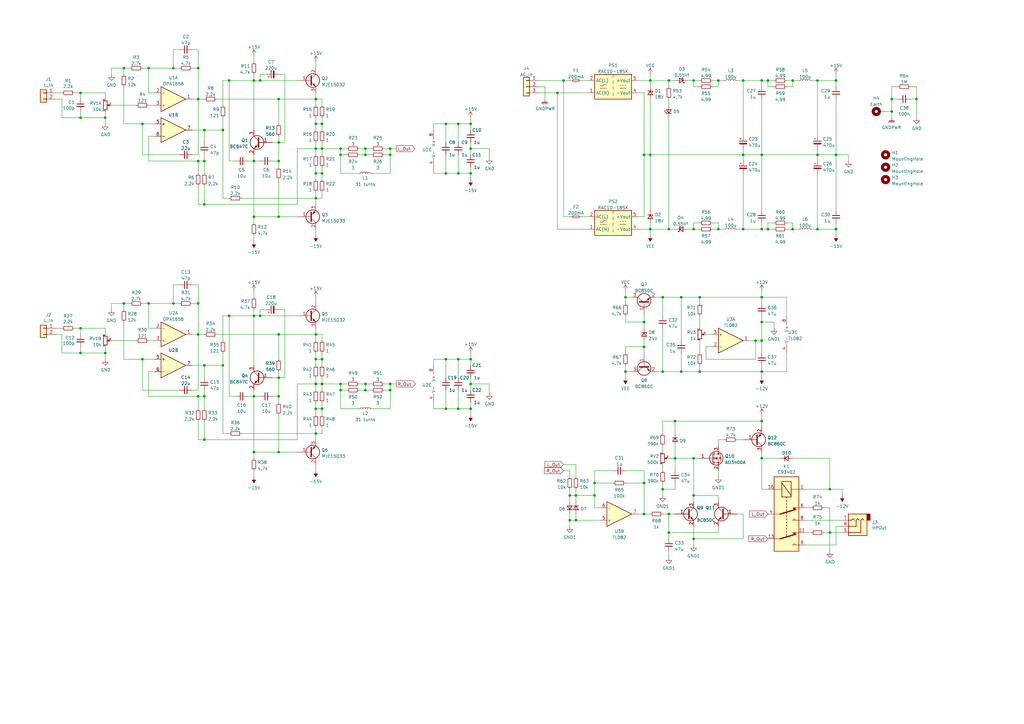
<source format=kicad_sch>
(kicad_sch (version 20211123) (generator eeschema)
  (paper "A3")
  (junction (at 304.8 93.98))
  (junction (at 114.3 88.9))
  (junction (at 106.68 33.02))
  (junction (at 139.7 160.02))
  (junction (at 182.88 167.64))
  (junction (at 129.54 137.16))
  (junction (at 114.3 40.64))
  (junction (at 83.82 162.56))
  (junction (at 182.88 71.12))
  (junction (at 182.88 50.8))
  (junction (at 243.84 198.12))
  (junction (at 114.3 154.94))
  (junction (at 50.8 124.46))
  (junction (at 294.64 33.02))
  (junction (at 160.02 63.5))
  (junction (at 139.7 157.48))
  (junction (at 81.28 162.56))
  (junction (at 60.96 27.94))
  (junction (at 81.28 137.16))
  (junction (at 279.4 121.92))
  (junction (at 312.42 33.02))
  (junction (at 294.64 93.98))
  (junction (at 58.42 147.32))
  (junction (at 264.16 132.08))
  (junction (at 83.82 53.34))
  (junction (at 236.22 203.2))
  (junction (at 274.32 33.02))
  (junction (at 287.02 152.4))
  (junction (at 33.02 38.1))
  (junction (at 193.04 157.48))
  (junction (at 160.02 160.02))
  (junction (at 236.22 213.36))
  (junction (at 193.04 71.12))
  (junction (at 149.86 160.02))
  (junction (at 50.8 27.94))
  (junction (at 104.14 33.02))
  (junction (at 114.3 137.16))
  (junction (at 312.42 172.72))
  (junction (at 264.16 142.24))
  (junction (at 375.92 40.64))
  (junction (at 149.86 157.48))
  (junction (at 284.48 93.98))
  (junction (at 264.16 210.82))
  (junction (at 71.12 27.94))
  (junction (at 312.42 187.96))
  (junction (at 43.18 144.78))
  (junction (at 160.02 157.48))
  (junction (at 104.14 162.56))
  (junction (at 129.54 177.8))
  (junction (at 129.54 40.64))
  (junction (at 104.14 66.04))
  (junction (at 284.48 33.02))
  (junction (at 342.9 63.5))
  (junction (at 233.68 213.36))
  (junction (at 129.54 71.12))
  (junction (at 129.54 60.96))
  (junction (at 314.96 33.02))
  (junction (at 83.82 66.04))
  (junction (at 312.42 63.5))
  (junction (at 284.48 203.2))
  (junction (at 312.42 139.7))
  (junction (at 91.44 149.86))
  (junction (at 132.08 71.12))
  (junction (at 312.42 93.98))
  (junction (at 132.08 147.32))
  (junction (at 335.28 63.5))
  (junction (at 81.28 124.46))
  (junction (at 91.44 53.34))
  (junction (at 129.54 157.48))
  (junction (at 71.12 124.46))
  (junction (at 342.9 93.98))
  (junction (at 114.3 185.42))
  (junction (at 271.78 200.66))
  (junction (at 304.8 33.02))
  (junction (at 266.7 63.5))
  (junction (at 274.32 210.82))
  (junction (at 274.32 93.98))
  (junction (at 149.86 63.5))
  (junction (at 365.76 45.72))
  (junction (at 104.14 129.54))
  (junction (at 233.68 203.2))
  (junction (at 139.7 60.96))
  (junction (at 340.36 200.66))
  (junction (at 193.04 50.8))
  (junction (at 83.82 180.34))
  (junction (at 182.88 147.32))
  (junction (at 309.88 139.7))
  (junction (at 279.4 152.4))
  (junction (at 114.3 66.04))
  (junction (at 160.02 60.96))
  (junction (at 187.96 167.64))
  (junction (at 60.96 124.46))
  (junction (at 271.78 121.92))
  (junction (at 104.14 88.9))
  (junction (at 325.12 33.02))
  (junction (at 325.12 93.98))
  (junction (at 264.16 63.5))
  (junction (at 284.48 220.98))
  (junction (at 274.32 218.44))
  (junction (at 193.04 60.96))
  (junction (at 93.98 33.02))
  (junction (at 264.16 198.12))
  (junction (at 193.04 167.64))
  (junction (at 33.02 48.26))
  (junction (at 231.14 33.02))
  (junction (at 104.14 185.42))
  (junction (at 228.6 38.1))
  (junction (at 266.7 93.98))
  (junction (at 342.9 33.02))
  (junction (at 132.08 60.96))
  (junction (at 335.28 93.98))
  (junction (at 58.42 50.8))
  (junction (at 93.98 129.54))
  (junction (at 139.7 63.5))
  (junction (at 129.54 167.64))
  (junction (at 335.28 33.02))
  (junction (at 314.96 93.98))
  (junction (at 81.28 66.04))
  (junction (at 312.42 132.08))
  (junction (at 276.86 187.96))
  (junction (at 256.54 152.4))
  (junction (at 33.02 144.78))
  (junction (at 129.54 50.8))
  (junction (at 129.54 81.28))
  (junction (at 106.68 129.54))
  (junction (at 149.86 60.96))
  (junction (at 83.82 149.86))
  (junction (at 132.08 50.8))
  (junction (at 365.76 40.64))
  (junction (at 193.04 147.32))
  (junction (at 43.18 48.26))
  (junction (at 271.78 152.4))
  (junction (at 284.48 187.96))
  (junction (at 132.08 157.48))
  (junction (at 114.3 58.42))
  (junction (at 129.54 147.32))
  (junction (at 266.7 33.02))
  (junction (at 33.02 134.62))
  (junction (at 114.3 162.56))
  (junction (at 312.42 121.92))
  (junction (at 81.28 40.64))
  (junction (at 81.28 27.94))
  (junction (at 256.54 121.92))
  (junction (at 83.82 83.82))
  (junction (at 276.86 172.72))
  (junction (at 187.96 147.32))
  (junction (at 187.96 50.8))
  (junction (at 304.8 63.5))
  (junction (at 132.08 167.64))
  (junction (at 243.84 203.2))
  (junction (at 287.02 121.92))
  (junction (at 340.36 218.44))
  (junction (at 187.96 71.12))
  (junction (at 312.42 152.4))
  (wire (pts (xy 340.36 218.44) (xy 340.36 226.06)))
  (wire (pts (xy 81.28 66.04) (xy 81.28 71.12)))
  (wire (pts (xy 139.7 167.64) (xy 147.32 167.64)))
  (wire (pts (xy 266.7 63.5) (xy 266.7 86.36)))
  (wire (pts (xy 193.04 167.64) (xy 193.04 170.18)))
  (wire (pts (xy 33.02 38.1) (xy 30.48 38.1)))
  (wire (pts (xy 271.78 121.92) (xy 271.78 129.54)))
  (wire (pts (xy 83.82 53.34) (xy 83.82 58.42)))
  (wire (pts (xy 101.6 66.04) (xy 104.14 66.04)))
  (wire (pts (xy 312.42 200.66) (xy 314.96 200.66)))
  (wire (pts (xy 83.82 149.86) (xy 83.82 154.94)))
  (wire (pts (xy 160.02 63.5) (xy 160.02 71.12)))
  (wire (pts (xy 33.02 134.62) (xy 30.48 134.62)))
  (wire (pts (xy 284.48 220.98) (xy 284.48 223.52)))
  (wire (pts (xy 312.42 187.96) (xy 312.42 200.66)))
  (wire (pts (xy 129.54 68.58) (xy 129.54 71.12)))
  (wire (pts (xy 81.28 40.64) (xy 78.74 40.64)))
  (wire (pts (xy 271.78 172.72) (xy 271.78 177.8)))
  (wire (pts (xy 83.82 76.2) (xy 83.82 83.82)))
  (wire (pts (xy 256.54 152.4) (xy 256.54 154.94)))
  (wire (pts (xy 33.02 134.62) (xy 43.18 134.62)))
  (wire (pts (xy 304.8 63.5) (xy 312.42 63.5)))
  (wire (pts (xy 121.92 60.96) (xy 129.54 60.96)))
  (wire (pts (xy 45.72 27.94) (xy 50.8 27.94)))
  (wire (pts (xy 81.28 137.16) (xy 83.82 137.16)))
  (wire (pts (xy 266.7 30.48) (xy 266.7 33.02)))
  (wire (pts (xy 220.98 38.1) (xy 228.6 38.1)))
  (wire (pts (xy 114.3 162.56) (xy 114.3 165.1)))
  (wire (pts (xy 114.3 66.04) (xy 114.3 68.58)))
  (wire (pts (xy 25.4 48.26) (xy 33.02 48.26)))
  (wire (pts (xy 129.54 50.8) (xy 129.54 53.34)))
  (wire (pts (xy 132.08 147.32) (xy 132.08 149.86)))
  (wire (pts (xy 274.32 40.64) (xy 274.32 43.18)))
  (wire (pts (xy 335.28 93.98) (xy 342.9 93.98)))
  (wire (pts (xy 312.42 91.44) (xy 312.42 93.98)))
  (wire (pts (xy 276.86 172.72) (xy 312.42 172.72)))
  (wire (pts (xy 114.3 137.16) (xy 114.3 147.32)))
  (wire (pts (xy 284.48 33.02) (xy 284.48 35.56)))
  (wire (pts (xy 312.42 121.92) (xy 287.02 121.92)))
  (wire (pts (xy 256.54 129.54) (xy 256.54 132.08)))
  (wire (pts (xy 147.32 160.02) (xy 149.86 160.02)))
  (wire (pts (xy 91.44 33.02) (xy 91.44 43.18)))
  (wire (pts (xy 266.7 63.5) (xy 304.8 63.5)))
  (wire (pts (xy 45.72 27.94) (xy 45.72 30.48)))
  (wire (pts (xy 325.12 187.96) (xy 340.36 187.96)))
  (wire (pts (xy 312.42 33.02) (xy 314.96 33.02)))
  (wire (pts (xy 157.48 63.5) (xy 160.02 63.5)))
  (wire (pts (xy 104.14 96.52) (xy 104.14 99.06)))
  (wire (pts (xy 33.02 48.26) (xy 43.18 48.26)))
  (wire (pts (xy 322.58 91.44) (xy 325.12 91.44)))
  (wire (pts (xy 312.42 63.5) (xy 312.42 86.36)))
  (wire (pts (xy 289.56 147.32) (xy 309.88 147.32)))
  (wire (pts (xy 365.76 35.56) (xy 365.76 40.64)))
  (wire (pts (xy 129.54 78.74) (xy 129.54 81.28)))
  (wire (pts (xy 104.14 129.54) (xy 104.14 149.86)))
  (wire (pts (xy 83.82 162.56) (xy 83.82 167.64)))
  (wire (pts (xy 93.98 66.04) (xy 96.52 66.04)))
  (wire (pts (xy 266.7 40.64) (xy 266.7 63.5)))
  (wire (pts (xy 228.6 38.1) (xy 228.6 93.98)))
  (wire (pts (xy 60.96 66.04) (xy 60.96 55.88)))
  (wire (pts (xy 302.26 33.02) (xy 304.8 33.02)))
  (wire (pts (xy 147.32 60.96) (xy 149.86 60.96)))
  (wire (pts (xy 294.64 35.56) (xy 294.64 33.02)))
  (wire (pts (xy 279.4 121.92) (xy 287.02 121.92)))
  (wire (pts (xy 314.96 91.44) (xy 317.5 91.44)))
  (wire (pts (xy 106.68 129.54) (xy 121.92 129.54)))
  (wire (pts (xy 121.92 157.48) (xy 129.54 157.48)))
  (wire (pts (xy 22.86 38.1) (xy 25.4 38.1)))
  (wire (pts (xy 312.42 121.92) (xy 322.58 121.92)))
  (wire (pts (xy 91.44 33.02) (xy 93.98 33.02)))
  (wire (pts (xy 132.08 50.8) (xy 132.08 53.34)))
  (wire (pts (xy 129.54 177.8) (xy 129.54 180.34)))
  (wire (pts (xy 60.96 152.4) (xy 63.5 152.4)))
  (wire (pts (xy 50.8 27.94) (xy 50.8 30.48)))
  (wire (pts (xy 129.54 25.4) (xy 129.54 27.94)))
  (wire (pts (xy 187.96 147.32) (xy 187.96 154.94)))
  (wire (pts (xy 284.48 203.2) (xy 294.64 203.2)))
  (wire (pts (xy 243.84 208.28) (xy 246.38 208.28)))
  (wire (pts (xy 91.44 48.26) (xy 91.44 53.34)))
  (wire (pts (xy 129.54 157.48) (xy 132.08 157.48)))
  (wire (pts (xy 71.12 116.84) (xy 71.12 124.46)))
  (wire (pts (xy 220.98 35.56) (xy 223.52 35.56)))
  (wire (pts (xy 129.54 147.32) (xy 129.54 149.86)))
  (wire (pts (xy 160.02 60.96) (xy 160.02 63.5)))
  (wire (pts (xy 83.82 162.56) (xy 81.28 162.56)))
  (wire (pts (xy 236.22 213.36) (xy 246.38 213.36)))
  (wire (pts (xy 45.72 43.18) (xy 55.88 43.18)))
  (wire (pts (xy 60.96 27.94) (xy 60.96 38.1)))
  (wire (pts (xy 264.16 193.04) (xy 264.16 198.12)))
  (wire (pts (xy 342.9 215.9) (xy 342.9 223.52)))
  (wire (pts (xy 233.68 193.04) (xy 233.68 195.58)))
  (wire (pts (xy 312.42 132.08) (xy 312.42 139.7)))
  (wire (pts (xy 106.68 66.04) (xy 104.14 66.04)))
  (wire (pts (xy 274.32 48.26) (xy 274.32 93.98)))
  (wire (pts (xy 81.28 40.64) (xy 83.82 40.64)))
  (wire (pts (xy 43.18 40.64) (xy 43.18 38.1)))
  (wire (pts (xy 264.16 63.5) (xy 264.16 88.9)))
  (wire (pts (xy 93.98 162.56) (xy 96.52 162.56)))
  (wire (pts (xy 365.76 40.64) (xy 368.3 40.64)))
  (wire (pts (xy 58.42 147.32) (xy 63.5 147.32)))
  (wire (pts (xy 129.54 167.64) (xy 132.08 167.64)))
  (wire (pts (xy 243.84 198.12) (xy 243.84 203.2)))
  (wire (pts (xy 193.04 68.58) (xy 193.04 71.12)))
  (wire (pts (xy 325.12 91.44) (xy 325.12 93.98)))
  (wire (pts (xy 187.96 50.8) (xy 187.96 58.42)))
  (wire (pts (xy 276.86 187.96) (xy 284.48 187.96)))
  (wire (pts (xy 261.62 88.9) (xy 264.16 88.9)))
  (wire (pts (xy 132.08 177.8) (xy 132.08 175.26)))
  (wire (pts (xy 121.92 180.34) (xy 121.92 157.48)))
  (wire (pts (xy 129.54 157.48) (xy 129.54 160.02)))
  (wire (pts (xy 243.84 193.04) (xy 251.46 193.04)))
  (wire (pts (xy 236.22 213.36) (xy 233.68 213.36)))
  (wire (pts (xy 312.42 149.86) (xy 312.42 152.4)))
  (wire (pts (xy 22.86 40.64) (xy 25.4 40.64)))
  (wire (pts (xy 287.02 139.7) (xy 287.02 144.78)))
  (wire (pts (xy 81.28 83.82) (xy 83.82 83.82)))
  (wire (pts (xy 132.08 71.12) (xy 132.08 73.66)))
  (wire (pts (xy 274.32 210.82) (xy 276.86 210.82)))
  (wire (pts (xy 284.48 187.96) (xy 287.02 187.96)))
  (wire (pts (xy 73.66 20.32) (xy 71.12 20.32)))
  (wire (pts (xy 251.46 198.12) (xy 243.84 198.12)))
  (wire (pts (xy 287.02 121.92) (xy 287.02 124.46)))
  (wire (pts (xy 129.54 81.28) (xy 129.54 83.82)))
  (wire (pts (xy 81.28 124.46) (xy 81.28 137.16)))
  (wire (pts (xy 104.14 66.04) (xy 104.14 88.9)))
  (wire (pts (xy 104.14 22.86) (xy 104.14 25.4)))
  (wire (pts (xy 325.12 93.98) (xy 327.66 93.98)))
  (wire (pts (xy 365.76 45.72) (xy 365.76 40.64)))
  (wire (pts (xy 312.42 152.4) (xy 312.42 154.94)))
  (wire (pts (xy 312.42 170.18) (xy 312.42 172.72)))
  (wire (pts (xy 266.7 33.02) (xy 274.32 33.02)))
  (wire (pts (xy 83.82 180.34) (xy 121.92 180.34)))
  (wire (pts (xy 335.28 63.5) (xy 342.9 63.5)))
  (wire (pts (xy 256.54 119.38) (xy 256.54 121.92)))
  (wire (pts (xy 78.74 137.16) (xy 81.28 137.16)))
  (wire (pts (xy 58.42 160.02) (xy 73.66 160.02)))
  (wire (pts (xy 271.78 134.62) (xy 271.78 152.4)))
  (wire (pts (xy 276.86 172.72) (xy 276.86 177.8)))
  (wire (pts (xy 114.3 55.88) (xy 114.3 58.42)))
  (wire (pts (xy 139.7 160.02) (xy 139.7 167.64)))
  (wire (pts (xy 152.4 167.64) (xy 160.02 167.64)))
  (wire (pts (xy 33.02 45.72) (xy 33.02 48.26)))
  (wire (pts (xy 292.1 35.56) (xy 294.64 35.56)))
  (wire (pts (xy 322.58 152.4) (xy 322.58 144.78)))
  (wire (pts (xy 129.54 71.12) (xy 129.54 73.66)))
  (wire (pts (xy 256.54 144.78) (xy 256.54 142.24)))
  (wire (pts (xy 193.04 157.48) (xy 193.04 154.94)))
  (wire (pts (xy 104.14 88.9) (xy 104.14 91.44)))
  (wire (pts (xy 264.16 38.1) (xy 264.16 63.5)))
  (wire (pts (xy 83.82 83.82) (xy 121.92 83.82)))
  (wire (pts (xy 271.78 200.66) (xy 276.86 200.66)))
  (wire (pts (xy 149.86 63.5) (xy 152.4 63.5)))
  (wire (pts (xy 271.78 200.66) (xy 271.78 203.2)))
  (wire (pts (xy 292.1 33.02) (xy 294.64 33.02)))
  (wire (pts (xy 60.96 124.46) (xy 71.12 124.46)))
  (wire (pts (xy 342.9 30.48) (xy 342.9 33.02)))
  (wire (pts (xy 292.1 91.44) (xy 294.64 91.44)))
  (wire (pts (xy 271.78 172.72) (xy 276.86 172.72)))
  (wire (pts (xy 78.74 160.02) (xy 81.28 160.02)))
  (wire (pts (xy 25.4 40.64) (xy 25.4 48.26)))
  (wire (pts (xy 129.54 48.26) (xy 129.54 50.8)))
  (wire (pts (xy 345.44 200.66) (xy 345.44 203.2)))
  (wire (pts (xy 312.42 139.7) (xy 312.42 144.78)))
  (wire (pts (xy 129.54 121.92) (xy 129.54 124.46)))
  (wire (pts (xy 284.48 91.44) (xy 287.02 91.44)))
  (wire (pts (xy 187.96 71.12) (xy 193.04 71.12)))
  (wire (pts (xy 81.28 116.84) (xy 81.28 124.46)))
  (wire (pts (xy 106.68 127) (xy 106.68 129.54)))
  (wire (pts (xy 271.78 190.5) (xy 271.78 193.04)))
  (wire (pts (xy 114.3 152.4) (xy 114.3 154.94)))
  (wire (pts (xy 193.04 50.8) (xy 193.04 53.34)))
  (wire (pts (xy 256.54 121.92) (xy 256.54 124.46)))
  (wire (pts (xy 182.88 50.8) (xy 182.88 58.42)))
  (wire (pts (xy 233.68 200.66) (xy 233.68 203.2)))
  (wire (pts (xy 274.32 210.82) (xy 274.32 218.44)))
  (wire (pts (xy 91.44 53.34) (xy 91.44 81.28)))
  (wire (pts (xy 132.08 167.64) (xy 132.08 170.18)))
  (wire (pts (xy 114.3 154.94) (xy 114.3 162.56)))
  (wire (pts (xy 91.44 129.54) (xy 91.44 139.7)))
  (wire (pts (xy 287.02 152.4) (xy 312.42 152.4)))
  (wire (pts (xy 60.96 162.56) (xy 60.96 152.4)))
  (wire (pts (xy 276.86 187.96) (xy 276.86 182.88)))
  (wire (pts (xy 81.28 180.34) (xy 83.82 180.34)))
  (wire (pts (xy 281.94 93.98) (xy 284.48 93.98)))
  (wire (pts (xy 233.68 213.36) (xy 233.68 215.9)))
  (wire (pts (xy 325.12 33.02) (xy 327.66 33.02)))
  (wire (pts (xy 129.54 50.8) (xy 132.08 50.8)))
  (wire (pts (xy 200.66 157.48) (xy 200.66 161.29)))
  (wire (pts (xy 342.9 40.64) (xy 342.9 63.5)))
  (wire (pts (xy 342.9 63.5) (xy 342.9 86.36)))
  (wire (pts (xy 132.08 68.58) (xy 132.08 71.12)))
  (wire (pts (xy 104.14 66.04) (xy 104.14 63.5)))
  (wire (pts (xy 50.8 124.46) (xy 50.8 127)))
  (wire (pts (xy 264.16 142.24) (xy 264.16 144.78)))
  (wire (pts (xy 228.6 93.98) (xy 241.3 93.98)))
  (wire (pts (xy 104.14 33.02) (xy 104.14 53.34)))
  (wire (pts (xy 309.88 139.7) (xy 307.34 139.7)))
  (wire (pts (xy 129.54 137.16) (xy 129.54 139.7)))
  (wire (pts (xy 274.32 218.44) (xy 274.32 220.98)))
  (wire (pts (xy 335.28 60.96) (xy 335.28 63.5)))
  (wire (pts (xy 233.68 203.2) (xy 236.22 203.2)))
  (wire (pts (xy 132.08 40.64) (xy 132.08 43.18)))
  (wire (pts (xy 93.98 81.28) (xy 91.44 81.28)))
  (wire (pts (xy 33.02 134.62) (xy 33.02 137.16)))
  (wire (pts (xy 129.54 38.1) (xy 129.54 40.64)))
  (wire (pts (xy 50.8 35.56) (xy 50.8 50.8)))
  (wire (pts (xy 106.68 33.02) (xy 121.92 33.02)))
  (wire (pts (xy 335.28 63.5) (xy 335.28 66.04)))
  (wire (pts (xy 312.42 40.64) (xy 312.42 63.5)))
  (wire (pts (xy 139.7 160.02) (xy 142.24 160.02)))
  (wire (pts (xy 335.28 33.02) (xy 342.9 33.02)))
  (wire (pts (xy 342.9 215.9) (xy 345.44 215.9)))
  (wire (pts (xy 91.44 129.54) (xy 93.98 129.54)))
  (wire (pts (xy 312.42 185.42) (xy 312.42 187.96)))
  (wire (pts (xy 342.9 91.44) (xy 342.9 93.98)))
  (wire (pts (xy 264.16 198.12) (xy 264.16 210.82)))
  (wire (pts (xy 104.14 162.56) (xy 104.14 160.02)))
  (wire (pts (xy 71.12 27.94) (xy 73.66 27.94)))
  (wire (pts (xy 228.6 38.1) (xy 241.3 38.1)))
  (wire (pts (xy 330.2 213.36) (xy 345.44 213.36)))
  (wire (pts (xy 129.54 147.32) (xy 132.08 147.32)))
  (wire (pts (xy 116.84 127) (xy 116.84 154.94)))
  (wire (pts (xy 50.8 27.94) (xy 53.34 27.94)))
  (wire (pts (xy 81.28 20.32) (xy 81.28 27.94)))
  (wire (pts (xy 114.3 30.48) (xy 116.84 30.48)))
  (wire (pts (xy 322.58 33.02) (xy 325.12 33.02)))
  (wire (pts (xy 78.74 149.86) (xy 83.82 149.86)))
  (wire (pts (xy 256.54 132.08) (xy 264.16 132.08)))
  (wire (pts (xy 25.4 144.78) (xy 33.02 144.78)))
  (wire (pts (xy 81.28 162.56) (xy 81.28 167.64)))
  (wire (pts (xy 304.8 63.5) (xy 304.8 66.04)))
  (wire (pts (xy 60.96 43.18) (xy 63.5 43.18)))
  (wire (pts (xy 264.16 210.82) (xy 266.7 210.82)))
  (wire (pts (xy 294.64 180.34) (xy 294.64 182.88)))
  (wire (pts (xy 271.78 182.88) (xy 271.78 185.42)))
  (wire (pts (xy 43.18 144.78) (xy 43.18 142.24)))
  (wire (pts (xy 274.32 33.02) (xy 274.32 35.56)))
  (wire (pts (xy 157.48 160.02) (xy 160.02 160.02)))
  (wire (pts (xy 294.64 203.2) (xy 294.64 205.74)))
  (wire (pts (xy 332.74 218.44) (xy 330.2 218.44)))
  (wire (pts (xy 231.14 190.5) (xy 236.22 190.5)))
  (wire (pts (xy 193.04 157.48) (xy 200.66 157.48)))
  (wire (pts (xy 187.96 63.5) (xy 187.96 71.12)))
  (wire (pts (xy 322.58 35.56) (xy 325.12 35.56)))
  (wire (pts (xy 121.92 185.42) (xy 114.3 185.42)))
  (wire (pts (xy 177.8 68.58) (xy 177.8 71.12)))
  (wire (pts (xy 33.02 38.1) (xy 43.18 38.1)))
  (wire (pts (xy 129.54 93.98) (xy 129.54 96.52)))
  (wire (pts (xy 322.58 93.98) (xy 325.12 93.98)))
  (wire (pts (xy 317.5 134.62) (xy 317.5 132.08)))
  (wire (pts (xy 149.86 60.96) (xy 149.86 63.5)))
  (wire (pts (xy 114.3 40.64) (xy 114.3 50.8)))
  (wire (pts (xy 284.48 93.98) (xy 287.02 93.98)))
  (wire (pts (xy 330.2 200.66) (xy 340.36 200.66)))
  (wire (pts (xy 22.86 134.62) (xy 25.4 134.62)))
  (wire (pts (xy 297.18 180.34) (xy 294.64 180.34)))
  (wire (pts (xy 314.96 33.02) (xy 317.5 33.02)))
  (wire (pts (xy 287.02 129.54) (xy 287.02 134.62)))
  (wire (pts (xy 78.74 63.5) (xy 81.28 63.5)))
  (wire (pts (xy 132.08 48.26) (xy 132.08 50.8)))
  (wire (pts (xy 289.56 137.16) (xy 292.1 137.16)))
  (wire (pts (xy 284.48 215.9) (xy 284.48 220.98)))
  (wire (pts (xy 182.88 167.64) (xy 187.96 167.64)))
  (wire (pts (xy 266.7 91.44) (xy 266.7 93.98)))
  (wire (pts (xy 284.48 205.74) (xy 284.48 203.2)))
  (wire (pts (xy 129.54 40.64) (xy 129.54 43.18)))
  (wire (pts (xy 78.74 20.32) (xy 81.28 20.32)))
  (wire (pts (xy 274.32 226.06) (xy 274.32 228.6)))
  (wire (pts (xy 114.3 40.64) (xy 129.54 40.64)))
  (wire (pts (xy 129.54 177.8) (xy 132.08 177.8)))
  (wire (pts (xy 83.82 63.5) (xy 83.82 66.04)))
  (wire (pts (xy 294.64 33.02) (xy 297.18 33.02)))
  (wire (pts (xy 22.86 137.16) (xy 25.4 137.16)))
  (wire (pts (xy 93.98 33.02) (xy 93.98 66.04)))
  (wire (pts (xy 58.42 124.46) (xy 60.96 124.46)))
  (wire (pts (xy 91.44 144.78) (xy 91.44 149.86)))
  (wire (pts (xy 304.8 33.02) (xy 312.42 33.02)))
  (wire (pts (xy 152.4 71.12) (xy 160.02 71.12)))
  (wire (pts (xy 271.78 121.92) (xy 279.4 121.92)))
  (wire (pts (xy 33.02 38.1) (xy 33.02 40.64)))
  (wire (pts (xy 81.28 27.94) (xy 81.28 40.64)))
  (wire (pts (xy 60.96 134.62) (xy 63.5 134.62)))
  (wire (pts (xy 58.42 50.8) (xy 58.42 63.5)))
  (wire (pts (xy 335.28 71.12) (xy 335.28 93.98)))
  (wire (pts (xy 121.92 88.9) (xy 114.3 88.9)))
  (wire (pts (xy 132.08 165.1) (xy 132.08 167.64)))
  (wire (pts (xy 256.54 142.24) (xy 264.16 142.24)))
  (wire (pts (xy 142.24 60.96) (xy 139.7 60.96)))
  (wire (pts (xy 50.8 50.8) (xy 58.42 50.8)))
  (wire (pts (xy 160.02 157.48) (xy 160.02 160.02)))
  (wire (pts (xy 104.14 185.42) (xy 104.14 187.96)))
  (wire (pts (xy 33.02 144.78) (xy 43.18 144.78)))
  (wire (pts (xy 45.72 124.46) (xy 45.72 127)))
  (wire (pts (xy 139.7 63.5) (xy 139.7 71.12)))
  (wire (pts (xy 83.82 149.86) (xy 91.44 149.86)))
  (wire (pts (xy 193.04 63.5) (xy 193.04 60.96)))
  (wire (pts (xy 182.88 160.02) (xy 182.88 167.64)))
  (wire (pts (xy 233.68 213.36) (xy 233.68 210.82)))
  (wire (pts (xy 121.92 83.82) (xy 121.92 60.96)))
  (wire (pts (xy 132.08 58.42) (xy 132.08 60.96)))
  (wire (pts (xy 106.68 30.48) (xy 109.22 30.48)))
  (wire (pts (xy 114.3 185.42) (xy 104.14 185.42)))
  (wire (pts (xy 287.02 149.86) (xy 287.02 152.4)))
  (wire (pts (xy 340.36 200.66) (xy 345.44 200.66)))
  (wire (pts (xy 243.84 198.12) (xy 243.84 193.04)))
  (wire (pts (xy 320.04 187.96) (xy 312.42 187.96)))
  (wire (pts (xy 375.92 40.64) (xy 375.92 48.26)))
  (wire (pts (xy 314.96 93.98) (xy 317.5 93.98)))
  (wire (pts (xy 281.94 33.02) (xy 284.48 33.02)))
  (wire (pts (xy 238.76 88.9) (xy 241.3 88.9)))
  (wire (pts (xy 129.54 134.62) (xy 129.54 137.16)))
  (wire (pts (xy 132.08 157.48) (xy 132.08 160.02)))
  (wire (pts (xy 317.5 132.08) (xy 312.42 132.08)))
  (wire (pts (xy 274.32 187.96) (xy 276.86 187.96)))
  (wire (pts (xy 83.82 172.72) (xy 83.82 180.34)))
  (wire (pts (xy 50.8 147.32) (xy 58.42 147.32)))
  (wire (pts (xy 256.54 198.12) (xy 264.16 198.12)))
  (wire (pts (xy 304.8 71.12) (xy 304.8 93.98)))
  (wire (pts (xy 177.8 167.64) (xy 182.88 167.64)))
  (wire (pts (xy 294.64 193.04) (xy 294.64 195.58)))
  (wire (pts (xy 187.96 50.8) (xy 193.04 50.8)))
  (wire (pts (xy 60.96 139.7) (xy 63.5 139.7)))
  (wire (pts (xy 132.08 137.16) (xy 132.08 139.7)))
  (wire (pts (xy 99.06 177.8) (xy 129.54 177.8)))
  (wire (pts (xy 88.9 40.64) (xy 114.3 40.64)))
  (wire (pts (xy 347.98 63.5) (xy 347.98 66.04)))
  (wire (pts (xy 182.88 63.5) (xy 182.88 71.12)))
  (wire (pts (xy 83.82 53.34) (xy 91.44 53.34)))
  (wire (pts (xy 116.84 154.94) (xy 114.3 154.94)))
  (wire (pts (xy 114.3 88.9) (xy 104.14 88.9)))
  (wire (pts (xy 60.96 27.94) (xy 71.12 27.94)))
  (wire (pts (xy 294.64 93.98) (xy 297.18 93.98)))
  (wire (pts (xy 193.04 60.96) (xy 193.04 58.42)))
  (wire (pts (xy 261.62 93.98) (xy 266.7 93.98)))
  (wire (pts (xy 106.68 30.48) (xy 106.68 33.02)))
  (wire (pts (xy 264.16 63.5) (xy 266.7 63.5)))
  (wire (pts (xy 132.08 60.96) (xy 139.7 60.96)))
  (wire (pts (xy 104.14 129.54) (xy 104.14 127)))
  (wire (pts (xy 284.48 33.02) (xy 287.02 33.02)))
  (wire (pts (xy 114.3 58.42) (xy 114.3 66.04)))
  (wire (pts (xy 132.08 60.96) (xy 132.08 63.5)))
  (wire (pts (xy 193.04 147.32) (xy 193.04 149.86)))
  (wire (pts (xy 304.8 180.34) (xy 302.26 180.34)))
  (wire (pts (xy 312.42 121.92) (xy 312.42 124.46)))
  (wire (pts (xy 292.1 142.24) (xy 289.56 142.24)))
  (wire (pts (xy 78.74 27.94) (xy 81.28 27.94)))
  (wire (pts (xy 177.8 147.32) (xy 177.8 149.86)))
  (wire (pts (xy 274.32 33.02) (xy 276.86 33.02)))
  (wire (pts (xy 236.22 203.2) (xy 243.84 203.2)))
  (wire (pts (xy 182.88 71.12) (xy 187.96 71.12)))
  (wire (pts (xy 106.68 162.56) (xy 104.14 162.56)))
  (wire (pts (xy 342.9 33.02) (xy 342.9 35.56)))
  (wire (pts (xy 129.54 58.42) (xy 129.54 60.96)))
  (wire (pts (xy 271.78 152.4) (xy 269.24 152.4)))
  (wire (pts (xy 111.76 154.94) (xy 114.3 154.94)))
  (wire (pts (xy 274.32 93.98) (xy 276.86 93.98)))
  (wire (pts (xy 284.48 91.44) (xy 284.48 93.98)))
  (wire (pts (xy 231.14 88.9) (xy 233.68 88.9)))
  (wire (pts (xy 266.7 33.02) (xy 266.7 35.56)))
  (wire (pts (xy 231.14 33.02) (xy 231.14 88.9)))
  (wire (pts (xy 312.42 129.54) (xy 312.42 132.08)))
  (wire (pts (xy 271.78 210.82) (xy 274.32 210.82)))
  (wire (pts (xy 302.26 93.98) (xy 304.8 93.98)))
  (wire (pts (xy 238.76 33.02) (xy 241.3 33.02)))
  (wire (pts (xy 269.24 121.92) (xy 271.78 121.92)))
  (wire (pts (xy 104.14 119.38) (xy 104.14 121.92)))
  (wire (pts (xy 139.7 60.96) (xy 139.7 63.5)))
  (wire (pts (xy 177.8 50.8) (xy 177.8 53.34)))
  (wire (pts (xy 78.74 124.46) (xy 81.28 124.46)))
  (wire (pts (xy 182.88 147.32) (xy 187.96 147.32)))
  (wire (pts (xy 284.48 220.98) (xy 304.8 220.98)))
  (wire (pts (xy 83.82 66.04) (xy 83.82 71.12)))
  (wire (pts (xy 284.48 187.96) (xy 284.48 203.2)))
  (wire (pts (xy 114.3 127) (xy 116.84 127)))
  (wire (pts (xy 81.28 40.64) (xy 81.28 63.5)))
  (wire (pts (xy 71.12 20.32) (xy 71.12 27.94)))
  (wire (pts (xy 157.48 157.48) (xy 160.02 157.48)))
  (wire (pts (xy 111.76 58.42) (xy 114.3 58.42)))
  (wire (pts (xy 129.54 154.94) (xy 129.54 157.48)))
  (wire (pts (xy 236.22 210.82) (xy 236.22 213.36)))
  (wire (pts (xy 304.8 210.82) (xy 302.26 210.82)))
  (wire (pts (xy 373.38 40.64) (xy 375.92 40.64)))
  (wire (pts (xy 129.54 71.12) (xy 132.08 71.12)))
  (wire (pts (xy 287.02 152.4) (xy 279.4 152.4)))
  (wire (pts (xy 335.28 33.02) (xy 335.28 55.88)))
  (wire (pts (xy 340.36 208.28) (xy 340.36 218.44)))
  (wire (pts (xy 279.4 139.7) (xy 279.4 121.92)))
  (wire (pts (xy 233.68 203.2) (xy 233.68 205.74)))
  (wire (pts (xy 304.8 210.82) (xy 304.8 220.98)))
  (wire (pts (xy 132.08 144.78) (xy 132.08 147.32)))
  (wire (pts (xy 342.9 63.5) (xy 347.98 63.5)))
  (wire (pts (xy 220.98 33.02) (xy 231.14 33.02)))
  (wire (pts (xy 149.86 160.02) (xy 152.4 160.02)))
  (wire (pts (xy 160.02 157.48) (xy 162.56 157.48)))
  (wire (pts (xy 363.22 45.72) (xy 365.76 45.72)))
  (wire (pts (xy 71.12 124.46) (xy 73.66 124.46)))
  (wire (pts (xy 93.98 177.8) (xy 91.44 177.8)))
  (wire (pts (xy 78.74 116.84) (xy 81.28 116.84)))
  (wire (pts (xy 373.38 35.56) (xy 375.92 35.56)))
  (wire (pts (xy 160.02 60.96) (xy 162.56 60.96)))
  (wire (pts (xy 312.42 152.4) (xy 322.58 152.4)))
  (wire (pts (xy 223.52 40.64) (xy 223.52 35.56)))
  (wire (pts (xy 256.54 152.4) (xy 256.54 149.86)))
  (wire (pts (xy 294.64 91.44) (xy 294.64 93.98)))
  (wire (pts (xy 312.42 119.38) (xy 312.42 121.92)))
  (wire (pts (xy 261.62 33.02) (xy 266.7 33.02)))
  (wire (pts (xy 139.7 71.12) (xy 147.32 71.12)))
  (wire (pts (xy 160.02 160.02) (xy 160.02 167.64)))
  (wire (pts (xy 322.58 121.92) (xy 322.58 129.54)))
  (wire (pts (xy 187.96 167.64) (xy 193.04 167.64)))
  (wire (pts (xy 81.28 76.2) (xy 81.28 83.82)))
  (wire (pts (xy 312.42 63.5) (xy 335.28 63.5)))
  (wire (pts (xy 116.84 30.48) (xy 116.84 58.42)))
  (wire (pts (xy 60.96 38.1) (xy 63.5 38.1)))
  (wire (pts (xy 271.78 200.66) (xy 271.78 198.12)))
  (wire (pts (xy 129.54 60.96) (xy 129.54 63.5)))
  (wire (pts (xy 106.68 127) (xy 109.22 127)))
  (wire (pts (xy 139.7 157.48) (xy 139.7 160.02)))
  (wire (pts (xy 177.8 71.12) (xy 182.88 71.12)))
  (wire (pts (xy 129.54 81.28) (xy 132.08 81.28)))
  (wire (pts (xy 193.04 165.1) (xy 193.04 167.64)))
  (wire (pts (xy 284.48 35.56) (xy 287.02 35.56)))
  (wire (pts (xy 264.16 139.7) (xy 264.16 142.24)))
  (wire (pts (xy 337.82 208.28) (xy 340.36 208.28)))
  (wire (pts (xy 177.8 147.32) (xy 182.88 147.32)))
  (wire (pts (xy 236.22 203.2) (xy 236.22 205.74)))
  (wire (pts (xy 83.82 160.02) (xy 83.82 162.56)))
  (wire (pts (xy 149.86 157.48) (xy 149.86 160.02)))
  (wire (pts (xy 261.62 38.1) (xy 264.16 38.1)))
  (wire (pts (xy 83.82 66.04) (xy 81.28 66.04)))
  (wire (pts (xy 129.54 137.16) (xy 132.08 137.16)))
  (wire (pts (xy 129.54 60.96) (xy 132.08 60.96)))
  (wire (pts (xy 147.32 157.48) (xy 149.86 157.48)))
  (wire (pts (xy 157.48 60.96) (xy 160.02 60.96)))
  (wire (pts (xy 104.14 193.04) (xy 104.14 195.58)))
  (wire (pts (xy 114.3 73.66) (xy 114.3 88.9)))
  (wire (pts (xy 312.42 93.98) (xy 314.96 93.98)))
  (wire (pts (xy 312.42 172.72) (xy 312.42 175.26)))
  (wire (pts (xy 58.42 147.32) (xy 58.42 160.02)))
  (wire (pts (xy 73.66 116.84) (xy 71.12 116.84)))
  (wire (pts (xy 104.14 162.56) (xy 104.14 185.42)))
  (wire (pts (xy 58.42 63.5) (xy 73.66 63.5)))
  (wire (pts (xy 332.74 208.28) (xy 330.2 208.28)))
  (wire (pts (xy 78.74 53.34) (xy 83.82 53.34)))
  (wire (pts (xy 139.7 63.5) (xy 142.24 63.5)))
  (wire (pts (xy 132.08 81.28) (xy 132.08 78.74)))
  (wire (pts (xy 193.04 60.96) (xy 200.66 60.96)))
  (wire (pts (xy 104.14 129.54) (xy 106.68 129.54)))
  (wire (pts (xy 312.42 33.02) (xy 312.42 35.56)))
  (wire (pts (xy 231.14 33.02) (xy 233.68 33.02)))
  (wire (pts (xy 365.76 45.72) (xy 365.76 48.26)))
  (wire (pts (xy 147.32 63.5) (xy 149.86 63.5)))
  (wire (pts (xy 332.74 33.02) (xy 335.28 33.02)))
  (wire (pts (xy 276.86 198.12) (xy 276.86 200.66)))
  (wire (pts (xy 182.88 147.32) (xy 182.88 154.94)))
  (wire (pts (xy 43.18 137.16) (xy 43.18 134.62)))
  (wire (pts (xy 274.32 218.44) (xy 294.64 218.44)))
  (wire (pts (xy 259.08 152.4) (xy 256.54 152.4)))
  (wire (pts (xy 309.88 139.7) (xy 312.42 139.7)))
  (wire (pts (xy 99.06 81.28) (xy 129.54 81.28)))
  (wire (pts (xy 129.54 40.64) (xy 132.08 40.64)))
  (wire (pts (xy 60.96 55.88) (xy 63.5 55.88)))
  (wire (pts (xy 114.3 170.18) (xy 114.3 185.42)))
  (wire (pts (xy 325.12 35.56) (xy 325.12 33.02)))
  (wire (pts (xy 45.72 139.7) (xy 55.88 139.7)))
  (wire (pts (xy 93.98 33.02) (xy 104.14 33.02)))
  (wire (pts (xy 93.98 129.54) (xy 104.14 129.54)))
  (wire (pts (xy 129.54 190.5) (xy 129.54 193.04)))
  (wire (pts (xy 193.04 71.12) (xy 193.04 73.66)))
  (wire (pts (xy 104.14 33.02) (xy 106.68 33.02)))
  (wire (pts (xy 114.3 137.16) (xy 129.54 137.16)))
  (wire (pts (xy 43.18 48.26) (xy 43.18 45.72)))
  (wire (pts (xy 271.78 152.4) (xy 279.4 152.4)))
  (wire (pts (xy 264.16 132.08) (xy 264.16 134.62)))
  (wire (pts (xy 116.84 58.42) (xy 114.3 58.42)))
  (wire (pts (xy 60.96 124.46) (xy 60.96 134.62)))
  (wire (pts (xy 266.7 93.98) (xy 266.7 96.52)))
  (wire (pts (xy 193.04 48.26) (xy 193.04 50.8)))
  (wire (pts (xy 309.88 147.32) (xy 309.88 139.7)))
  (wire (pts (xy 33.02 142.24) (xy 33.02 144.78)))
  (wire (pts (xy 243.84 203.2) (xy 243.84 208.28)))
  (wire (pts (xy 43.18 48.26) (xy 43.18 50.8)))
  (wire (pts (xy 50.8 132.08) (xy 50.8 147.32)))
  (wire (pts (xy 236.22 190.5) (xy 236.22 195.58)))
  (wire (pts (xy 91.44 149.86) (xy 91.44 177.8)))
  (wire (pts (xy 81.28 137.16) (xy 81.28 160.02)))
  (wire (pts (xy 187.96 160.02) (xy 187.96 167.64)))
  (wire (pts (xy 187.96 147.32) (xy 193.04 147.32)))
  (wire (pts (xy 58.42 27.94) (xy 60.96 27.94)))
  (wire (pts (xy 340.36 218.44) (xy 345.44 218.44)))
  (wire (pts (xy 276.86 187.96) (xy 276.86 193.04)))
  (wire (pts (xy 129.54 175.26) (xy 129.54 177.8)))
  (wire (pts (xy 375.92 35.56) (xy 375.92 40.64)))
  (wire (pts (xy 330.2 223.52) (xy 342.9 223.52)))
  (wire (pts (xy 152.4 60.96) (xy 149.86 60.96)))
  (wire (pts (xy 231.14 193.04) (xy 233.68 193.04)))
  (wire (pts (xy 314.96 91.44) (xy 314.96 93.98)))
  (wire (pts (xy 129.54 144.78) (xy 129.54 147.32)))
  (wire (pts (xy 132.08 157.48) (xy 139.7 157.48)))
  (wire (pts (xy 200.66 60.96) (xy 200.66 64.77)))
  (wire (pts (xy 88.9 137.16) (xy 114.3 137.16)))
  (wire (pts (xy 193.04 144.78) (xy 193.04 147.32)))
  (wire (pts (xy 264.16 210.82) (xy 261.62 210.82)))
  (wire (pts (xy 368.3 35.56) (xy 365.76 35.56)))
  (wire (pts (xy 177.8 165.1) (xy 177.8 167.64)))
  (wire (pts (xy 45.72 124.46) (xy 50.8 124.46)))
  (wire (pts (xy 256.54 193.04) (xy 264.16 193.04)))
  (wire (pts (xy 193.04 160.02) (xy 193.04 157.48)))
  (wire (pts (xy 60.96 66.04) (xy 81.28 66.04)))
  (wire (pts (xy 266.7 93.98) (xy 274.32 93.98)))
  (wire (pts (xy 60.96 162.56) (xy 81.28 162.56)))
  (wire (pts (xy 340.36 218.44) (xy 337.82 218.44)))
  (wire (pts (xy 332.74 93.98) (xy 335.28 93.98)))
  (wire (pts (xy 25.4 137.16) (xy 25.4 144.78)))
  (wire (pts (xy 152.4 157.48) (xy 149.86 157.48)))
  (wire (pts (xy 101.6 162.56) (xy 104.14 162.56)))
  (wire (pts (xy 129.54 167.64) (xy 129.54 170.18)))
  (wire (pts (xy 129.54 165.1) (xy 129.54 167.64)))
  (wire (pts (xy 304.8 60.96) (xy 304.8 63.5)))
  (wire (pts (xy 264.16 129.54) (xy 264.16 132.08)))
  (wire (pts (xy 114.3 162.56) (xy 111.76 162.56)))
  (wire (pts (xy 182.88 50.8) (xy 187.96 50.8)))
  (wire (pts (xy 342.9 93.98) (xy 342.9 96.52)))
  (wire (pts (xy 104.14 33.02) (xy 104.14 30.48)))
  (wire (pts (xy 177.8 50.8) (xy 182.88 50.8)))
  (wire (pts (xy 279.4 152.4) (xy 279.4 144.78)))
  (wire (pts (xy 114.3 66.04) (xy 111.76 66.04)))
  (wire (pts (xy 314.96 33.02) (xy 314.96 35.56)))
  (wire (pts (xy 43.18 144.78) (xy 43.18 147.32)))
  (wire (pts (xy 304.8 93.98) (xy 312.42 93.98)))
  (wire (pts (xy 314.96 35.56) (xy 317.5 35.56)))
  (wire (pts (xy 50.8 124.46) (xy 53.34 124.46)))
  (wire (pts (xy 340.36 200.66) (xy 340.36 187.96)))
  (wire (pts (xy 294.64 218.44) (xy 294.64 215.9)))
  (wire (pts (xy 236.22 200.66) (xy 236.22 203.2)))
  (wire (pts (xy 256.54 121.92) (xy 259.08 121.92)))
  (wire (pts (xy 142.24 157.48) (xy 139.7 157.48)))
  (wire (pts (xy 81.28 172.72) (xy 81.28 180.34)))
  (wire (pts (xy 58.42 50.8) (xy 63.5 50.8)))
  (wire (pts (xy 304.8 33.02) (xy 304.8 55.88)))
  (wire (pts (xy 132.08 154.94) (xy 132.08 157.48)))
  (wire (pts (xy 289.56 142.24) (xy 289.56 147.32)))
  (wire (pts (xy 93.98 129.54) (xy 93.98 162.56)))
  (wire (pts (xy 292.1 93.98) (xy 294.64 93.98)))
  (global_label "R_Out" (shape input) (at 314.96 220.98 180) (property "Intersheet References" "${INTERSHEET_REFS}" (effects hide)))
  (global_label "R_Out" (shape input) (at 231.14 193.04 180) (property "Intersheet References" "${INTERSHEET_REFS}" (effects hide)))
  (global_label "R_Out" (shape output) (at 162.56 157.48 0) (property "Intersheet References" "${INTERSHEET_REFS}" (effects hide)))
  (global_label "L_Out" (shape input) (at 231.14 190.5 180) (property "Intersheet References" "${INTERSHEET_REFS}" (effects hide)))
  (global_label "L_Out" (shape output) (at 162.56 60.96 0) (property "Intersheet References" "${INTERSHEET_REFS}" (effects hide)))
  (global_label "L_Out" (shape input) (at 314.96 210.82 180) (property "Intersheet References" "${INTERSHEET_REFS}" (effects hide)))
  (symbol (lib_id "Amplifier_Operational:LM4562") (at 71.12 40.64 0) (mirror x) (unit 1)
    (property "Reference" "U1" (at 71.12 31.8602 0))
    (property "Value" "OPA1656" (at 71.12 34.3971 0))
    (property "Footprint" "Package_SO:SOIC-8_3.9x4.9mm_P1.27mm" (effects hide))
    (property "Datasheet" "http://www.ti.com/lit/ds/symlink/lm4562.pdf" (effects hide))
    (property "LCSC part number" "C1849431" (effects hide))
    (property "Part number" "OPA1656IDR" (effects hide))
  )
  (symbol (lib_id "Amplifier_Operational:LM4562") (at 71.12 53.34 0) (unit 2)
    (property "Reference" "U1" (at 71.12 47.0972 0))
    (property "Value" "OPA1656" (effects hide))
    (property "Footprint" "Package_SO:SOIC-8_3.9x4.9mm_P1.27mm" (effects hide))
    (property "Datasheet" "http://www.ti.com/lit/ds/symlink/lm4562.pdf" (effects hide))
    (property "LCSC part number" "C1849431" (effects hide))
    (property "Part number" "OPA1656IDR" (effects hide))
  )
  (symbol (lib_id "Connector_Generic:Conn_01x02") (at 17.78 38.1 0) (mirror y) (unit 1)
    (property "Reference" "J1" (at 19.8628 32.5882 0))
    (property "Value" "L_In" (at 19.8628 34.8996 0))
    (property "Footprint" "Connector_JST:JST_XH_B2B-XH-A_1x02_P2.50mm_Vertical" (effects hide))
  )
  (symbol (lib_id "Amplifier_Operational:LM4562") (at 180.34 60.96 0) (unit 3)
    (property "Reference" "U1" (at 177.165 61.3938 0) (effects (justify right)))
    (property "Value" "OPA1656" (effects hide))
    (property "Footprint" "Package_SO:SOIC-8_3.9x4.9mm_P1.27mm" (effects hide))
    (property "Datasheet" "http://www.ti.com/lit/ds/symlink/lm4562.pdf" (effects hide))
    (property "LCSC part number" "C1849431" (effects hide))
    (property "Part number" "OPA1656IDR" (effects hide))
  )
  (symbol (lib_id "Device:C_Small") (at 182.88 60.96 0) (unit 1)
    (property "Reference" "C8" (at 185.42 58.42 0))
    (property "Value" "1u" (at 185.42 63.5 0))
    (property "Footprint" "Capacitor_SMD:C_0603_1608Metric" (effects hide))
    (property "LCSC part number" "C15849" (effects hide))
    (property "Part number" "CL10A105KB8NNNC" (effects hide))
  )
  (symbol (lib_id "Device:C_Small") (at 193.04 55.88 0) (unit 1)
    (property "Reference" "C10" (at 195.58 53.34 0))
    (property "Value" "1u" (at 195.58 58.42 0))
    (property "Footprint" "Capacitor_SMD:C_0603_1608Metric" (effects hide))
    (property "LCSC part number" "C15849" (effects hide))
    (property "Part number" "CL10A105KB8NNNC" (effects hide))
  )
  (symbol (lib_id "Device:C_Small") (at 193.04 66.04 0) (unit 1)
    (property "Reference" "C11" (at 195.58 63.5 0))
    (property "Value" "1u" (at 195.58 68.58 0))
    (property "Footprint" "Capacitor_SMD:C_0603_1608Metric" (effects hide))
    (property "LCSC part number" "C15849" (effects hide))
    (property "Part number" "CL10A105KB8NNNC" (effects hide))
  )
  (symbol (lib_id "power:GND") (at 200.66 64.77 0) (unit 1)
    (property "Reference" "#PWR09" (effects hide))
    (property "Value" "GND" (at 200.787 69.1642 0))
  )
  (symbol (lib_id "power:GND") (at 43.18 50.8 0) (unit 1)
    (property "Reference" "#PWR01" (effects hide))
    (property "Value" "GND" (at 43.307 55.1942 0))
  )
  (symbol (lib_id "Device:R_Small") (at 27.94 38.1 90) (unit 1)
    (property "Reference" "R1" (at 27.94 33.1216 90))
    (property "Value" "2.2k" (at 27.94 35.433 90))
    (property "Footprint" "Resistor_SMD:R_1206_3216Metric" (effects hide))
    (property "Part number" "RT1206BRD072K2L" (effects hide))
  )
  (symbol (lib_id "Device:C_Small") (at 33.02 43.18 0) (unit 1)
    (property "Reference" "C1" (at 30.6832 42.0116 0) (effects (justify right)))
    (property "Value" "100p" (at 30.6832 44.323 0) (effects (justify right)))
    (property "Footprint" "Capacitor_SMD:C_0603_1608Metric" (effects hide))
    (property "LCSC part number" "C343033" (effects hide))
    (property "Part number" "C1608NP01H101JT000N" (effects hide))
  )
  (symbol (lib_id "Device:C_Small") (at 99.06 162.56 90) (unit 1)
    (property "Reference" "C16" (at 99.0663 166.1525 90))
    (property "Value" "10u" (at 99.0663 168.6894 90))
    (property "Footprint" "Capacitor_SMD:C_0603_1608Metric" (effects hide))
    (property "LCSC part number" "C2922482" (effects hide))
    (property "Part number" "CL10A106MA8NRNC" (effects hide))
  )
  (symbol (lib_id "Device:R_Small") (at 320.04 33.02 90) (unit 1)
    (property "Reference" "R58" (at 320.04 28.5836 90))
    (property "Value" "4.99" (at 320.04 31.1205 90))
    (property "Footprint" "Resistor_SMD:R_1206_3216Metric" (effects hide))
    (property "LCSC part number" "C326584" (effects hide))
    (property "Part number" "RT1206BRD074R99L" (effects hide))
  )
  (symbol (lib_id "Device:R_Small") (at 320.04 35.56 90) (unit 1)
    (property "Reference" "R59" (at 320.04 38.327 90))
    (property "Value" "4.99" (at 320.04 40.8639 90))
    (property "Footprint" "Resistor_SMD:R_1206_3216Metric" (effects hide))
    (property "LCSC part number" "C326584" (effects hide))
    (property "Part number" "RT1206BRD074R99L" (effects hide))
  )
  (symbol (lib_id "Device:R_Small") (at 81.28 170.18 180) (unit 1)
    (property "Reference" "R32" (at 79.7815 169.3453 0) (effects (justify left)))
    (property "Value" "2.2k" (at 79.7815 171.8822 0) (effects (justify left)))
    (property "Footprint" "Resistor_SMD:R_1206_3216Metric" (effects hide))
    (property "Part number" "RT1206BRD072K2L" (effects hide))
  )
  (symbol (lib_id "Device:C_Small") (at 271.78 132.08 0) (unit 1)
    (property "Reference" "C32" (at 274.1041 131.2516 0) (effects (justify left)))
    (property "Value" "47u" (at 274.1041 133.7885 0) (effects (justify left)))
    (property "Footprint" "Capacitor_SMD:C_1206_3216Metric" (effects hide))
    (property "LCSC part number" "C76659" (effects hide))
    (property "Part number" "C3216X5R1E476MTJ00E" (effects hide))
  )
  (symbol (lib_id "power:GND1") (at 317.5 134.62 0) (unit 1)
    (property "Reference" "#PWR0107" (effects hide))
    (property "Value" "GND1" (at 317.5 139.0634 0))
  )
  (symbol (lib_id "power:-15V") (at 342.9 96.52 180) (unit 1)
    (property "Reference" "#PWR0102" (effects hide))
    (property "Value" "-15V" (at 342.9 100.9634 0))
  )
  (symbol (lib_id "Device:R_Small") (at 154.94 63.5 270) (unit 1)
    (property "Reference" "R26" (at 154.94 66.267 90))
    (property "Value" "3" (at 154.94 68.8039 90))
    (property "Footprint" "Resistor_SMD:R_1206_3216Metric" (effects hide))
    (property "LCSC part number" "C326707" (effects hide))
    (property "Part number" "RT1206FRD073RL" (effects hide))
  )
  (symbol (lib_id "Device:R_Small") (at 287.02 147.32 0) (unit 1)
    (property "Reference" "R72" (at 285.5215 146.4853 0) (effects (justify right)))
    (property "Value" "10k" (at 285.5215 149.0222 0) (effects (justify right)))
    (property "Footprint" "Resistor_SMD:R_1206_3216Metric" (effects hide))
    (property "LCSC part number" "C705072" (effects hide))
    (property "Part number" "RT1206FRD0710KL" (effects hide))
  )
  (symbol (lib_id "Device:C_Polarized_Small") (at 304.8 58.42 0) (unit 1)
    (property "Reference" "C23" (at 306.959 57.0392 0) (effects (justify left)))
    (property "Value" "470u" (at 306.959 59.5761 0) (effects (justify left)))
    (property "Footprint" "Capacitor_SMD:CP_Elec_8x10.5" (effects hide))
    (property "Part number" "EEEFT1E471GP" (effects hide))
    (property "LCSC part number" "C193277" (effects hide))
  )
  (symbol (lib_id "Device:R_Small") (at 114.3 149.86 180) (unit 1)
    (property "Reference" "R39" (at 112.8014 149.0253 0) (effects (justify left)))
    (property "Value" "560" (at 112.8014 151.5622 0) (effects (justify left)))
    (property "Footprint" "Resistor_SMD:R_1206_3216Metric" (effects hide))
    (property "Part number" "RT1206BRD07560RL" (effects hide))
  )
  (symbol (lib_id "power:+15V") (at 193.04 144.78 0) (unit 1)
    (property "Reference" "#PWR016" (effects hide))
    (property "Value" "+15V" (at 193.04 141.2042 0))
  )
  (symbol (lib_id "Connector_Generic:Conn_01x03") (at 215.9 35.56 0) (mirror y) (unit 1)
    (property "Reference" "J4" (at 215.9 28.0502 0))
    (property "Value" "AC_In" (at 215.9 30.5871 0))
    (property "Footprint" "Connector_JST:JST_VH_B3P-VH_1x03_P3.96mm_Vertical" (effects hide))
    (property "LCSC part number" "C160316" (effects hide))
    (property "Part number" "B3P-VH(LF)(SN)" (effects hide))
  )
  (symbol (lib_id "Device:R_Small") (at 76.2 124.46 90) (unit 1)
    (property "Reference" "R31" (at 76.2 120.0236 90))
    (property "Value" "4.7k" (at 76.2 122.5605 90))
    (property "Footprint" "Resistor_SMD:R_1206_3216Metric" (effects hide))
    (property "Part number" "RT1206DRD074K7L" (effects hide))
  )
  (symbol (lib_id "Device:R_Small") (at 104.14 190.5 180) (unit 1)
    (property "Reference" "R38" (at 105.6386 189.6653 0) (effects (justify right)))
    (property "Value" "4.7k" (at 105.6386 192.2022 0) (effects (justify right)))
    (property "Footprint" "Resistor_SMD:R_1206_3216Metric" (effects hide))
    (property "Part number" "RT1206DRD074K7L" (effects hide))
  )
  (symbol (lib_id "Device:Q_NPN_BCE") (at 127 129.54 0) (unit 1)
    (property "Reference" "Q5" (at 131.8514 128.7053 0) (effects (justify left)))
    (property "Value" "MJE15032" (at 131.8514 131.2422 0) (effects (justify left)))
    (property "Footprint" "Package_TO_SOT_THT:TO-220-3_Vertical" (effects hide))
    (property "LCSC part number" "C134071" (effects hide))
    (property "Part number" "MJE15032G" (effects hide))
  )
  (symbol (lib_id "Device:R_Small") (at 256.54 127 0) (unit 1)
    (property "Reference" "R66" (at 255.0415 126.1653 0) (effects (justify right)))
    (property "Value" "4.7k" (at 255.0415 128.7022 0) (effects (justify right)))
    (property "Footprint" "Resistor_SMD:R_1206_3216Metric" (effects hide))
    (property "Part number" "RT1206DRD074K7L" (effects hide))
  )
  (symbol (lib_id "power:+15V") (at 129.54 25.4 0) (unit 1)
    (property "Reference" "#PWR05" (effects hide))
    (property "Value" "+15V" (at 129.54 21.8242 0))
  )
  (symbol (lib_id "power:+15V") (at 104.14 119.38 0) (unit 1)
    (property "Reference" "#PWR012" (effects hide))
    (property "Value" "+15V" (at 104.14 115.8042 0))
  )
  (symbol (lib_id "Device:C_Small") (at 193.04 162.56 0) (unit 1)
    (property "Reference" "C22" (at 195.58 160.02 0))
    (property "Value" "1u" (at 195.58 165.1 0))
    (property "Footprint" "Capacitor_SMD:C_0603_1608Metric" (effects hide))
    (property "LCSC part number" "C15849" (effects hide))
    (property "Part number" "CL10A105KB8NNNC" (effects hide))
  )
  (symbol (lib_id "Device:D_Zener_Small") (at 264.16 137.16 270) (unit 1)
    (property "Reference" "D8" (at 265.938 136.3253 90) (effects (justify left)))
    (property "Value" "24V" (at 265.938 138.8622 90) (effects (justify left)))
    (property "Footprint" "Diode_SMD:D_SOD-123" (effects hide))
    (property "LCSC part number" "C118720" (effects hide))
    (property "Part number" "MM1Z5252B" (effects hide))
  )
  (symbol (lib_id "Device:R_Small") (at 236.22 198.12 0) (unit 1)
    (property "Reference" "R63" (at 237.7186 197.2853 0) (effects (justify left)))
    (property "Value" "10k" (at 237.7186 199.8222 0) (effects (justify left)))
    (property "Footprint" "Resistor_SMD:R_1206_3216Metric" (effects hide))
    (property "LCSC part number" "C705072" (effects hide))
    (property "Part number" "RT1206FRD0710KL" (effects hide))
  )
  (symbol (lib_id "Device:R_Small") (at 55.88 27.94 90) (unit 1)
    (property "Reference" "R3" (at 55.88 23.5036 90))
    (property "Value" "2.7k" (at 55.88 26.0405 90))
    (property "Footprint" "Resistor_SMD:R_1206_3216Metric" (effects hide))
    (property "LCSC part number" "C870633" (effects hide))
    (property "Part number" "RT1206BRD072K7L" (effects hide))
  )
  (symbol (lib_id "Device:R_Small") (at 104.14 27.94 180) (unit 1)
    (property "Reference" "R11" (at 102.6415 27.1053 0) (effects (justify left)))
    (property "Value" "4.7k" (at 102.6415 29.6422 0) (effects (justify left)))
    (property "Footprint" "Resistor_SMD:R_1206_3216Metric" (effects hide))
    (property "Part number" "RT1206DRD074K7L" (effects hide))
  )
  (symbol (lib_id "Device:R_Small") (at 144.78 157.48 270) (unit 1)
    (property "Reference" "R49" (at 144.78 153.0436 90))
    (property "Value" "3" (at 144.78 155.5805 90))
    (property "Footprint" "Resistor_SMD:R_1206_3216Metric" (effects hide))
    (property "LCSC part number" "C326707" (effects hide))
    (property "Part number" "RT1206FRD073RL" (effects hide))
  )
  (symbol (lib_id "Device:R_Small") (at 129.54 162.56 180) (unit 1)
    (property "Reference" "R43" (at 128.0414 161.7253 0) (effects (justify left)))
    (property "Value" "1" (at 128.0414 164.2622 0) (effects (justify left)))
    (property "Footprint" "Resistor_SMD:R_1206_3216Metric" (effects hide))
    (property "LCSC part number" "C513714" (effects hide))
    (property "Part number" "RT1206BRD071RL" (effects hide))
  )
  (symbol (lib_id "Device:R_Small") (at 335.28 218.44 270) (unit 1)
    (property "Reference" "R75" (at 335.28 212.09 90))
    (property "Value" "1k" (at 335.28 214.63 90))
    (property "Footprint" "Resistor_SMD:R_1206_3216Metric" (effects hide))
    (property "LCSC part number" "C706405" (effects hide))
    (property "Part number" "RT1206BRD071KL" (effects hide))
  )
  (symbol (lib_id "Mechanical:MountingHole") (at 363.22 68.58 0) (unit 1) (in_bom no)
    (property "Reference" "H2" (at 365.76 67.7453 0) (effects (justify left)))
    (property "Value" "MountingHole" (at 365.76 70.2822 0) (effects (justify left)))
    (property "Footprint" "MountingHole:MountingHole_4.3mm_M4" (effects hide))
  )
  (symbol (lib_id "Device:R_Small") (at 104.14 124.46 180) (unit 1)
    (property "Reference" "R37" (at 102.6415 123.6253 0) (effects (justify left)))
    (property "Value" "4.7k" (at 102.6415 126.1622 0) (effects (justify left)))
    (property "Footprint" "Resistor_SMD:R_1206_3216Metric" (effects hide))
    (property "Part number" "RT1206DRD074K7L" (effects hide))
  )
  (symbol (lib_id "Transistor_BJT:BC850") (at 106.68 154.94 0) (mirror y) (unit 1)
    (property "Reference" "Q4" (at 101.8286 154.1053 0) (effects (justify left)))
    (property "Value" "BC847C" (at 101.8286 156.6422 0) (effects (justify left)))
    (property "Footprint" "Package_TO_SOT_SMD:SOT-23" (effects hide))
    (property "Datasheet" "http://www.infineon.com/dgdl/Infineon-BC847SERIES_BC848SERIES_BC849SERIES_BC850SERIES-DS-v01_01-en.pdf?fileId=db3a304314dca389011541d4630a1657" (effects hide))
    (property "LCSC part number" "C8664" (effects hide))
    (property "Part number" "BC847C,215" (effects hide))
  )
  (symbol (lib_id "power:+15V") (at 129.54 121.92 0) (unit 1)
    (property "Reference" "#PWR014" (effects hide))
    (property "Value" "+15V" (at 129.54 118.3442 0))
  )
  (symbol (lib_id "Transistor_BJT:BC847") (at 281.94 210.82 0) (unit 1)
    (property "Reference" "Q9" (at 285.75 208.28 0) (effects (justify left)))
    (property "Value" "BC850C" (effects hide))
    (property "Footprint" "Package_TO_SOT_SMD:SOT-23" (effects hide))
    (property "Datasheet" "http://www.infineon.com/dgdl/Infineon-BC847SERIES_BC848SERIES_BC849SERIES_BC850SERIES-DS-v01_01-en.pdf?fileId=db3a304314dca389011541d4630a1657" (effects hide))
    (property "LCSC part number" "C80071" (effects hide))
    (property "Part number" "BC850C,215" (effects hide))
  )
  (symbol (lib_id "Device:C_Small") (at 254 193.04 90) (unit 1)
    (property "Reference" "C31" (at 254.0063 187.7781 90))
    (property "Value" "1u" (at 254.0063 190.315 90))
    (property "Footprint" "Capacitor_SMD:C_0603_1608Metric" (effects hide))
    (property "LCSC part number" "C15849" (effects hide))
    (property "Part number" "CL10A105KB8NNNC" (effects hide))
  )
  (symbol (lib_id "Device:L_Small") (at 149.86 71.12 90) (unit 1)
    (property "Reference" "L1" (at 149.86 73.0234 90))
    (property "Value" "31 turns" (at 149.86 75.5603 90))
    (property "Footprint" "X-Altra HPA1:L_Toroid_D15mm_W4mm" (effects hide))
    (property "LCSC part number" "N/A" (effects hide))
    (property "Part number" "N/A" (effects hide))
  )
  (symbol (lib_id "Device:C_Small") (at 76.2 63.5 270) (unit 1)
    (property "Reference" "C3" (at 76.1936 58.2381 90))
    (property "Value" "22u" (at 76.1936 60.775 90))
    (property "Footprint" "Capacitor_THT:C_Radial_D8.0mm_H11.5mm_P3.50mm" (effects hide))
    (property "LCSC part number" "N/A" (effects hide))
    (property "Part number" "UES1V220MPM1TA" (effects hide))
  )
  (symbol (lib_id "Device:C_Small") (at 276.86 195.58 0) (unit 1)
    (property "Reference" "C34" (at 279.1841 194.7516 0) (effects (justify left)))
    (property "Value" "47u" (at 279.1841 197.2885 0) (effects (justify left)))
    (property "Footprint" "Capacitor_SMD:C_1206_3216Metric" (effects hide))
    (property "LCSC part number" "C76659" (effects hide))
    (property "Part number" "C3216X5R1E476MTJ00E" (effects hide))
  )
  (symbol (lib_id "Device:C_Small") (at 312.42 88.9 0) (unit 1)
    (property "Reference" "C28" (at 310.0959 88.0716 0) (effects (justify right)))
    (property "Value" "1u" (at 310.0959 90.6085 0) (effects (justify right)))
    (property "Footprint" "Capacitor_SMD:C_0603_1608Metric" (effects hide))
    (property "LCSC part number" "C15849" (effects hide))
    (property "Part number" "CL10A105KB8NNNC" (effects hide))
  )
  (symbol (lib_id "Device:L_Small") (at 330.2 93.98 270) (mirror x) (unit 1)
    (property "Reference" "L6" (at 330.2 89.8992 90))
    (property "Value" "100u" (at 330.2 92.4361 90))
    (property "Footprint" "Inductor_SMD:L_TDK_SLF7032" (effects hide))
    (property "LCSC part number" "C2045491" (effects hide))
    (property "Part number" "SPM7054VT-101M-D" (effects hide))
  )
  (symbol (lib_id "Device:Q_PNP_BCE") (at 127 185.42 0) (mirror x) (unit 1)
    (property "Reference" "Q6" (at 131.8514 184.5853 0) (effects (justify left)))
    (property "Value" "MJE15033" (at 131.8514 187.1222 0) (effects (justify left)))
    (property "Footprint" "Package_TO_SOT_THT:TO-220-3_Vertical" (effects hide))
    (property "LCSC part number" "C134072" (effects hide))
    (property "Part number" "MJE15033G" (effects hide))
  )
  (symbol (lib_id "Device:R_Small") (at 132.08 152.4 180) (unit 1)
    (property "Reference" "R46" (at 133.5786 151.5653 0) (effects (justify right)))
    (property "Value" "1" (at 133.5786 154.1022 0) (effects (justify right)))
    (property "Footprint" "Resistor_SMD:R_1206_3216Metric" (effects hide))
    (property "LCSC part number" "C513714" (effects hide))
    (property "Part number" "RT1206BRD071RL" (effects hide))
  )
  (symbol (lib_id "Device:R_Small") (at 254 198.12 90) (unit 1)
    (property "Reference" "R65" (at 254 200.887 90))
    (property "Value" "100k" (at 254 203.4239 90))
    (property "Footprint" "Resistor_SMD:R_1206_3216Metric" (effects hide))
    (property "LCSC part number" "C326828" (effects hide))
    (property "Part number" "RT1206FRD07100KL" (effects hide))
  )
  (symbol (lib_id "Device:L_Small") (at 299.72 33.02 90) (unit 1)
    (property "Reference" "L3" (at 299.72 28.9392 90))
    (property "Value" "100u" (at 299.72 31.4761 90))
    (property "Footprint" "Inductor_SMD:L_TDK_SLF7032" (effects hide))
    (property "LCSC part number" "C2045491" (effects hide))
    (property "Part number" "SPM7054VT-101M-D" (effects hide))
  )
  (symbol (lib_id "Device:R_Small") (at 233.68 198.12 0) (unit 1)
    (property "Reference" "R62" (at 232.1815 197.2853 0) (effects (justify right)))
    (property "Value" "10k" (at 232.1815 199.8222 0) (effects (justify right)))
    (property "Footprint" "Resistor_SMD:R_1206_3216Metric" (effects hide))
    (property "LCSC part number" "C705072" (effects hide))
    (property "Part number" "RT1206FRD0710KL" (effects hide))
  )
  (symbol (lib_id "power:GNDPWR") (at 223.52 40.64 0) (unit 1)
    (property "Reference" "#PWR020" (effects hide))
    (property "Value" "GNDPWR" (at 223.6216 44.5516 0))
  )
  (symbol (lib_id "Device:D_Zener_Small") (at 266.7 38.1 270) (unit 1)
    (property "Reference" "D1" (at 268.478 37.2653 90) (effects (justify left)))
    (property "Value" "18V" (at 268.478 39.8022 90) (effects (justify left)))
    (property "Footprint" "Diode_SMD:D_SMC" (effects hide))
    (property "LCSC part number" "C135149" (effects hide))
    (property "Part number" "SMCJ18CA-13-F" (effects hide))
  )
  (symbol (lib_id "Device:R_Small") (at 335.28 208.28 270) (unit 1)
    (property "Reference" "R74" (at 335.28 203.8436 90))
    (property "Value" "1k" (at 335.28 206.3805 90))
    (property "Footprint" "Resistor_SMD:R_1206_3216Metric" (effects hide))
    (property "LCSC part number" "C706405" (effects hide))
    (property "Part number" "RT1206BRD071KL" (effects hide))
  )
  (symbol (lib_id "Device:R_Small") (at 129.54 55.88 180) (unit 1)
    (property "Reference" "R16" (at 128.0414 55.0453 0) (effects (justify left)))
    (property "Value" "1" (at 128.0414 57.5822 0) (effects (justify left)))
    (property "Footprint" "Resistor_SMD:R_1206_3216Metric" (effects hide))
    (property "LCSC part number" "C513714" (effects hide))
    (property "Part number" "RT1206BRD071RL" (effects hide))
  )
  (symbol (lib_id "Ariamelon:R_Potentiometer_Small_Dual_Separate") (at 43.18 43.18 0) (mirror x) (unit 1)
    (property "Reference" "RV1" (at 41.6561 42.3453 0) (effects (justify right)))
    (property "Value" "10k" (at 41.6561 44.8822 0) (effects (justify right)))
    (property "Footprint" "X-Altra HPA1:ALPS_RK27112" (effects hide))
    (property "LCSC part number" "C470507" (effects hide))
    (property "Part number" "RK27112A00AK" (effects hide))
  )
  (symbol (lib_id "power:GND") (at 347.98 66.04 0) (unit 1)
    (property "Reference" "#PWR0103" (effects hide))
    (property "Value" "GND" (at 348.107 70.4342 0))
  )
  (symbol (lib_id "Device:R_Small") (at 129.54 142.24 180) (unit 1)
    (property "Reference" "R41" (at 128.0414 141.4053 0) (effects (justify left)))
    (property "Value" "1" (at 128.0414 143.9422 0) (effects (justify left)))
    (property "Footprint" "Resistor_SMD:R_1206_3216Metric" (effects hide))
    (property "LCSC part number" "C513714" (effects hide))
    (property "Part number" "RT1206BRD071RL" (effects hide))
  )
  (symbol (lib_id "Device:LED_Small") (at 274.32 45.72 90) (unit 1)
    (property "Reference" "D5" (at 276.098 45.72 90) (effects (justify right)))
    (property "Value" "LED" (effects hide))
    (property "Footprint" "LED_THT:LED_D3.0mm" (effects hide))
    (property "LCSC part number" "C2927624" (effects hide))
    (property "Part number" "204-10SUGC/S400-A5" (effects hide))
  )
  (symbol (lib_id "Device:D_Schottky_Small") (at 279.4 93.98 0) (mirror x) (unit 1)
    (property "Reference" "D4" (at 279.146 89.2642 0))
    (property "Value" "0.55Vf" (at 279.146 91.8011 0))
    (property "Footprint" "Diode_SMD:D_SMC" (effects hide))
    (property "LCSC part number" "C134460" (effects hide))
    (property "Part number" "B520C-13-F" (effects hide))
  )
  (symbol (lib_id "Device:R_Small") (at 256.54 147.32 0) (unit 1)
    (property "Reference" "R67" (at 255.0415 146.4853 0) (effects (justify right)))
    (property "Value" "4.7k" (at 255.0415 149.0222 0) (effects (justify right)))
    (property "Footprint" "Resistor_SMD:R_1206_3216Metric" (effects hide))
    (property "Part number" "RT1206DRD074K7L" (effects hide))
  )
  (symbol (lib_id "Device:R_Small") (at 299.72 180.34 90) (unit 1)
    (property "Reference" "R73" (at 299.72 175.9036 90))
    (property "Value" "4.7k" (at 299.72 178.4405 90))
    (property "Footprint" "Resistor_SMD:R_1206_3216Metric" (effects hide))
    (property "Part number" "RT1206DRD074K7L" (effects hide))
  )
  (symbol (lib_id "Device:C_Small") (at 312.42 147.32 0) (unit 1)
    (property "Reference" "C37" (at 314.7441 146.4916 0) (effects (justify left)))
    (property "Value" "47u" (at 314.7441 149.0285 0) (effects (justify left)))
    (property "Footprint" "Capacitor_SMD:C_1206_3216Metric" (effects hide))
    (property "LCSC part number" "C76659" (effects hide))
    (property "Part number" "C3216X5R1E476MTJ00E" (effects hide))
  )
  (symbol (lib_id "power:GND") (at 45.72 127 0) (unit 1)
    (property "Reference" "#PWR011" (effects hide))
    (property "Value" "GND" (at 45.72 131.4434 0))
  )
  (symbol (lib_id "Device:R_Potentiometer_Small") (at 287.02 137.16 0) (unit 1)
    (property "Reference" "RV3" (at 285.4961 136.3253 0) (effects (justify right)))
    (property "Value" "1k" (at 285.4961 138.8622 0) (effects (justify right)))
    (property "Footprint" "Potentiometer_THT:Potentiometer_Bourns_3266W_Vertical" (effects hide))
    (property "LCSC part number" "C123431" (effects hide))
    (property "Part number" "3266W-1-102" (effects hide))
  )
  (symbol (lib_id "Amplifier_Operational:LM4562") (at 180.34 157.48 0) (unit 3)
    (property "Reference" "U2" (at 177.165 157.9138 0) (effects (justify right)))
    (property "Value" "OPA1656" (effects hide))
    (property "Footprint" "Package_SO:SOIC-8_3.9x4.9mm_P1.27mm" (effects hide))
    (property "Datasheet" "http://www.ti.com/lit/ds/symlink/lm4562.pdf" (effects hide))
    (property "LCSC part number" "C1849431" (effects hide))
    (property "Part number" "OPA1656IDR" (effects hide))
  )
  (symbol (lib_id "Device:R_Small") (at 83.82 73.66 180) (unit 1)
    (property "Reference" "R7" (at 85.3186 72.8253 0) (effects (justify right)))
    (property "Value" "2.2k" (at 85.3186 75.3622 0) (effects (justify right)))
    (property "Footprint" "Resistor_SMD:R_1206_3216Metric" (effects hide))
    (property "Part number" "RT1206BRD072K2L" (effects hide))
  )
  (symbol (lib_id "power:-15V") (at 193.04 73.66 180) (unit 1)
    (property "Reference" "#PWR08" (effects hide))
    (property "Value" "-15V" (at 193.04 78.1034 0))
  )
  (symbol (lib_id "Device:D_Small") (at 236.22 208.28 90) (mirror x) (unit 1)
    (property "Reference" "D7" (at 237.998 208.7138 90) (effects (justify right)))
    (property "Value" "D" (effects hide))
    (property "Footprint" "Diode_SMD:D_SOD-123" (effects hide))
    (property "LCSC part number" "C81598" (effects hide))
    (property "Part number" "1N4148W" (effects hide))
  )
  (symbol (lib_id "Device:C_Small") (at 76.2 116.84 90) (unit 1)
    (property "Reference" "C13" (at 76.2063 111.5781 90))
    (property "Value" "47p" (at 76.2063 114.115 90))
    (property "Footprint" "Capacitor_SMD:C_0603_1608Metric" (effects hide))
    (property "LCSC part number" "C445755" (effects hide))
    (property "Part number" "C1608C0G1H470JT000N" (effects hide))
  )
  (symbol (lib_id "Device:R_Small") (at 132.08 142.24 180) (unit 1)
    (property "Reference" "R45" (at 133.5786 141.4053 0) (effects (justify right)))
    (property "Value" "1" (at 133.5786 143.9422 0) (effects (justify right)))
    (property "Footprint" "Resistor_SMD:R_1206_3216Metric" (effects hide))
    (property "LCSC part number" "C513714" (effects hide))
    (property "Part number" "RT1206BRD071RL" (effects hide))
  )
  (symbol (lib_id "Device:R_Small") (at 58.42 43.18 90) (unit 1)
    (property "Reference" "R4" (at 58.42 38.7436 90))
    (property "Value" "121" (at 58.42 41.2805 90))
    (property "Footprint" "Resistor_SMD:R_1206_3216Metric" (effects hide))
    (property "LCSC part number" "C136881" (effects hide))
    (property "Part number" "RT1206DRD07121RL" (effects hide))
  )
  (symbol (lib_id "Converter_ACDC:RAC20-15SK") (at 251.46 91.44 0) (unit 1)
    (property "Reference" "PS2" (at 251.46 82.6602 0))
    (property "Value" "RAC10-18SK" (at 251.46 85.1971 0))
    (property "Footprint" "Converter_ACDC:Converter_ACDC_Recom_RAC20-xxSK_THT" (effects hide))
    (property "Datasheet" "https://recom-power.com/pdf/Powerline_AC-DC/RAC20-K.pdf" (effects hide))
    (property "Part number" "RAC10-18SK" (effects hide))
    (property "LCSC part number" "N/A" (effects hide))
  )
  (symbol (lib_id "Ariamelon:R_Potentiometer_Small_Dual_Separate") (at 43.18 139.7 0) (mirror x) (unit 2)
    (property "Reference" "RV1" (at 41.6561 138.8653 0) (effects (justify right)))
    (property "Value" "10k" (at 41.6561 141.4022 0) (effects (justify right)))
    (property "Footprint" "X-Altra HPA1:ALPS_RK27112" (effects hide))
    (property "LCSC part number" "C470507" (effects hide))
    (property "Part number" "RK27112A00AK" (effects hide))
  )
  (symbol (lib_id "Device:Fuse_Small") (at 236.22 88.9 0) (unit 1)
    (property "Reference" "F2" (at 236.22 84.8192 0))
    (property "Value" "200mA" (at 236.22 87.3561 0))
    (property "Footprint" "Fuse:Fuseholder_Cylinder-5x20mm_Schurter_0031_8201_Horizontal_Open" (effects hide))
    (property "LCSC part number" "C58066" (effects hide))
    (property "Part number" "0031.8201" (effects hide))
  )
  (symbol (lib_id "Device:C_Small") (at 274.32 223.52 0) (unit 1)
    (property "Reference" "C33" (at 276.6441 222.6916 0) (effects (justify left)))
    (property "Value" "47u" (at 276.6441 225.2285 0) (effects (justify left)))
    (property "Footprint" "Capacitor_SMD:C_1206_3216Metric" (effects hide))
    (property "LCSC part number" "C76659" (effects hide))
    (property "Part number" "C3216X5R1E476MTJ00E" (effects hide))
  )
  (symbol (lib_id "Device:C_Small") (at 76.2 160.02 270) (unit 1)
    (property "Reference" "C14" (at 76.1936 154.7581 90))
    (property "Value" "22u" (at 76.1936 157.295 90))
    (property "Footprint" "Capacitor_THT:C_Radial_D8.0mm_H11.5mm_P3.50mm" (effects hide))
    (property "LCSC part number" "N/A" (effects hide))
    (property "Part number" "UES1V220MPM1TA" (effects hide))
  )
  (symbol (lib_id "Device:R_Small") (at 58.42 139.7 90) (unit 1)
    (property "Reference" "R30" (at 58.42 135.2636 90))
    (property "Value" "121" (at 58.42 137.8005 90))
    (property "Footprint" "Resistor_SMD:R_1206_3216Metric" (effects hide))
    (property "LCSC part number" "C136881" (effects hide))
    (property "Part number" "RT1206DRD07121RL" (effects hide))
  )
  (symbol (lib_id "power:+15V") (at 193.04 48.26 0) (unit 1)
    (property "Reference" "#PWR07" (effects hide))
    (property "Value" "+15V" (at 193.04 44.6842 0))
  )
  (symbol (lib_id "Device:D_Small") (at 233.68 208.28 90) (unit 1)
    (property "Reference" "D6" (at 231.902 208.7138 90) (effects (justify left)))
    (property "Value" "D" (effects hide))
    (property "Footprint" "Diode_SMD:D_SOD-123" (effects hide))
    (property "LCSC part number" "C81598" (effects hide))
    (property "Part number" "1N4148W" (effects hide))
  )
  (symbol (lib_id "Device:L_Small") (at 149.86 167.64 90) (unit 1)
    (property "Reference" "L2" (at 149.86 169.5434 90))
    (property "Value" "31 turns" (at 149.86 172.0803 90))
    (property "Footprint" "X-Altra HPA1:L_Toroid_D15mm_W4mm" (effects hide))
    (property "LCSC part number" "N/A" (effects hide))
    (property "Part number" "N/A" (effects hide))
  )
  (symbol (lib_id "power:GND1") (at 284.48 223.52 0) (unit 1)
    (property "Reference" "#PWR0118" (effects hide))
    (property "Value" "GND1" (at 284.48 227.9634 0))
  )
  (symbol (lib_id "Device:R_Small") (at 132.08 172.72 180) (unit 1)
    (property "Reference" "R48" (at 133.5786 171.8853 0) (effects (justify right)))
    (property "Value" "1" (at 133.5786 174.4222 0) (effects (justify right)))
    (property "Footprint" "Resistor_SMD:R_1206_3216Metric" (effects hide))
    (property "LCSC part number" "C513714" (effects hide))
    (property "Part number" "RT1206BRD071RL" (effects hide))
  )
  (symbol (lib_id "power:+15V") (at 342.9 30.48 0) (unit 1)
    (property "Reference" "#PWR0101" (effects hide))
    (property "Value" "+15V" (at 342.9 26.9042 0))
  )
  (symbol (lib_id "Connector:AudioJack3") (at 350.52 215.9 180) (unit 1)
    (property "Reference" "J3" (at 357.632 214.1982 0) (effects (justify right)))
    (property "Value" "HPOut" (at 357.632 216.5096 0) (effects (justify right)))
    (property "Footprint" "Connector_Audio:Jack_6.35mm_Neutrik_NMJ6HCD2_Horizontal" (effects hide))
    (property "LCSC part number" "C368502" (effects hide))
    (property "Part number" "NMJ6HCD2" (effects hide))
  )
  (symbol (lib_id "Device:R_Small") (at 129.54 45.72 180) (unit 1)
    (property "Reference" "R15" (at 128.0414 44.8853 0) (effects (justify left)))
    (property "Value" "1" (at 128.0414 47.4222 0) (effects (justify left)))
    (property "Footprint" "Resistor_SMD:R_1206_3216Metric" (effects hide))
    (property "LCSC part number" "C513714" (effects hide))
    (property "Part number" "RT1206BRD071RL" (effects hide))
  )
  (symbol (lib_id "Device:R_Small") (at 132.08 45.72 180) (unit 1)
    (property "Reference" "R19" (at 133.5786 44.8853 0) (effects (justify right)))
    (property "Value" "1" (at 133.5786 47.4222 0) (effects (justify right)))
    (property "Footprint" "Resistor_SMD:R_1206_3216Metric" (effects hide))
    (property "LCSC part number" "C513714" (effects hide))
    (property "Part number" "RT1206BRD071RL" (effects hide))
  )
  (symbol (lib_id "Device:Q_PNP_BCE") (at 127 88.9 0) (mirror x) (unit 1)
    (property "Reference" "Q3" (at 131.8514 88.0653 0) (effects (justify left)))
    (property "Value" "MJE15033" (at 131.8514 90.6022 0) (effects (justify left)))
    (property "Footprint" "Package_TO_SOT_THT:TO-220-3_Vertical" (effects hide))
    (property "LCSC part number" "C134072" (effects hide))
    (property "Part number" "MJE15033G" (effects hide))
  )
  (symbol (lib_id "Amplifier_Operational:LM4562") (at 71.12 149.86 0) (unit 2)
    (property "Reference" "U2" (at 71.12 143.6172 0))
    (property "Value" "OPA1656" (effects hide))
    (property "Footprint" "Package_SO:SOIC-8_3.9x4.9mm_P1.27mm" (effects hide))
    (property "Datasheet" "http://www.ti.com/lit/ds/symlink/lm4562.pdf" (effects hide))
    (property "LCSC part number" "C1849431" (effects hide))
    (property "Part number" "OPA1656IDR" (effects hide))
  )
  (symbol (lib_id "Device:R_Small") (at 144.78 160.02 270) (unit 1)
    (property "Reference" "R50" (at 144.78 162.787 90))
    (property "Value" "3" (at 144.78 165.3239 90))
    (property "Footprint" "Resistor_SMD:R_1206_3216Metric" (effects hide))
    (property "LCSC part number" "C326707" (effects hide))
    (property "Part number" "RT1206FRD073RL" (effects hide))
  )
  (symbol (lib_id "Device:R_Small") (at 144.78 60.96 270) (unit 1)
    (property "Reference" "R23" (at 144.78 56.5236 90))
    (property "Value" "3" (at 144.78 59.0605 90))
    (property "Footprint" "Resistor_SMD:R_1206_3216Metric" (effects hide))
    (property "LCSC part number" "C326707" (effects hide))
    (property "Part number" "RT1206FRD073RL" (effects hide))
  )
  (symbol (lib_id "Device:C_Polarized_Small") (at 111.76 30.48 90) (unit 1)
    (property "Reference" "C7" (at 111.2139 25.3832 90))
    (property "Value" "220u" (at 111.2139 27.9201 90))
    (property "Footprint" "Capacitor_SMD:CP_Elec_6.3x7.7" (effects hide))
    (property "LCSC part number" "C128533" (effects hide))
    (property "Part number" "EEEFK1C221XP" (effects hide))
  )
  (symbol (lib_id "Device:R_Small") (at 132.08 162.56 180) (unit 1)
    (property "Reference" "R47" (at 133.5786 161.7253 0) (effects (justify right)))
    (property "Value" "1" (at 133.5786 164.2622 0) (effects (justify right)))
    (property "Footprint" "Resistor_SMD:R_1206_3216Metric" (effects hide))
    (property "LCSC part number" "C513714" (effects hide))
    (property "Part number" "RT1206BRD071RL" (effects hide))
  )
  (symbol (lib_id "Mechanical:MountingHole") (at 363.22 73.66 0) (unit 1) (in_bom no)
    (property "Reference" "H3" (at 365.76 72.8253 0) (effects (justify left)))
    (property "Value" "MountingHole" (at 365.76 75.3622 0) (effects (justify left)))
    (property "Footprint" "MountingHole:MountingHole_4.3mm_M4" (effects hide))
  )
  (symbol (lib_id "Device:C_Polarized_Small") (at 335.28 58.42 0) (unit 1)
    (property "Reference" "C25" (at 337.439 57.0392 0) (effects (justify left)))
    (property "Value" "470u" (at 337.439 59.5761 0) (effects (justify left)))
    (property "Footprint" "Capacitor_SMD:CP_Elec_8x10.5" (effects hide))
    (property "Part number" "EEEFT1E471GP" (effects hide))
    (property "LCSC part number" "C193277" (effects hide))
  )
  (symbol (lib_id "Amplifier_Operational:TL082") (at 254 210.82 0) (mirror x) (unit 2)
    (property "Reference" "U3" (at 254 217.9304 0))
    (property "Value" "TL082" (at 254 220.4673 0))
    (property "Footprint" "Package_SO:SOIC-8_3.9x4.9mm_P1.27mm" (effects hide))
    (property "Datasheet" "http://www.ti.com/lit/ds/symlink/tl081.pdf" (effects hide))
    (property "LCSC part number" "C190361" (effects hide))
    (property "Part number" "TL082BCDT" (effects hide))
  )
  (symbol (lib_id "Device:R_Small") (at 320.04 93.98 90) (unit 1)
    (property "Reference" "R61" (at 320.04 96.747 90))
    (property "Value" "4.99" (at 320.04 99.2839 90))
    (property "Footprint" "Resistor_SMD:R_1206_3216Metric" (effects hide))
    (property "LCSC part number" "C326584" (effects hide))
    (property "Part number" "RT1206BRD074R99L" (effects hide))
  )
  (symbol (lib_id "Device:R_Small") (at 370.84 35.56 270) (unit 1)
    (property "Reference" "R64" (at 370.84 31.1236 90))
    (property "Value" "1M" (at 370.84 33.6605 90))
    (property "Footprint" "Resistor_SMD:R_1206_3216Metric" (effects hide))
    (property "LCSC part number" "C375528" (effects hide))
    (property "Part number" "RT1206FRE071ML" (effects hide))
  )
  (symbol (lib_id "Device:R_Small") (at 129.54 66.04 180) (unit 1)
    (property "Reference" "R17" (at 128.0414 65.2053 0) (effects (justify left)))
    (property "Value" "1" (at 128.0414 67.7422 0) (effects (justify left)))
    (property "Footprint" "Resistor_SMD:R_1206_3216Metric" (effects hide))
    (property "LCSC part number" "C513714" (effects hide))
    (property "Part number" "RT1206BRD071RL" (effects hide))
  )
  (symbol (lib_id "Device:D_Schottky_Small") (at 279.4 33.02 180) (unit 1)
    (property "Reference" "D3" (at 279.654 28.3042 0))
    (property "Value" "0.55Vf" (at 279.654 30.8411 0))
    (property "Footprint" "Diode_SMD:D_SMC" (effects hide))
    (property "LCSC part number" "C134460" (effects hide))
    (property "Part number" "B520C-13-F" (effects hide))
  )
  (symbol (lib_id "Device:R_Small") (at 132.08 76.2 180) (unit 1)
    (property "Reference" "R22" (at 133.5786 75.3653 0) (effects (justify right)))
    (property "Value" "1" (at 133.5786 77.9022 0) (effects (justify right)))
    (property "Footprint" "Resistor_SMD:R_1206_3216Metric" (effects hide))
    (property "LCSC part number" "C513714" (effects hide))
    (property "Part number" "RT1206BRD071RL" (effects hide))
  )
  (symbol (lib_id "Device:C_Small") (at 83.82 60.96 0) (unit 1)
    (property "Reference" "C4" (at 86.1441 60.1316 0) (effects (justify left)))
    (property "Value" "47p" (at 86.1441 62.6685 0) (effects (justify left)))
    (property "Footprint" "Capacitor_SMD:C_0603_1608Metric" (effects hide))
    (property "LCSC part number" "C445755" (effects hide))
    (property "Part number" "C1608C0G1H470JT000N" (effects hide))
  )
  (symbol (lib_id "power:-15V") (at 129.54 193.04 180) (unit 1)
    (property "Reference" "#PWR015" (effects hide))
    (property "Value" "-15V" (at 129.54 197.4834 0))
  )
  (symbol (lib_id "Device:R_Small") (at 86.36 137.16 90) (unit 1)
    (property "Reference" "R34" (at 86.36 132.7236 90))
    (property "Value" "2.2k" (at 86.36 135.2605 90))
    (property "Footprint" "Resistor_SMD:R_1206_3216Metric" (effects hide))
    (property "Part number" "RT1206BRD072K2L" (effects hide))
  )
  (symbol (lib_id "power:-15V") (at 104.14 195.58 180) (unit 1)
    (property "Reference" "#PWR013" (effects hide))
    (property "Value" "-15V" (at 104.14 200.0234 0))
  )
  (symbol (lib_id "Device:R_Small") (at 96.52 177.8 270) (unit 1)
    (property "Reference" "R36" (at 96.52 173.3636 90))
    (property "Value" "2.2k" (at 96.52 175.9005 90))
    (property "Footprint" "Resistor_SMD:R_1206_3216Metric" (effects hide))
    (property "Part number" "RT1206BRD072K2L" (effects hide))
  )
  (symbol (lib_id "Device:R_Small") (at 269.24 210.82 90) (unit 1)
    (property "Reference" "R68" (at 269.24 213.587 90))
    (property "Value" "1k" (at 269.24 216.1239 90))
    (property "Footprint" "Resistor_SMD:R_1206_3216Metric" (effects hide))
    (property "LCSC part number" "C706405" (effects hide))
    (property "Part number" "RT1206BRD071KL" (effects hide))
  )
  (symbol (lib_id "Device:R_Small") (at 289.56 35.56 90) (unit 1)
    (property "Reference" "R55" (at 289.56 38.327 90))
    (property "Value" "4.99" (at 289.56 40.8639 90))
    (property "Footprint" "Resistor_SMD:R_1206_3216Metric" (effects hide))
    (property "LCSC part number" "C326584" (effects hide))
    (property "Part number" "RT1206BRD074R99L" (effects hide))
  )
  (symbol (lib_id "Amplifier_Operational:TL082") (at 299.72 139.7 0) (unit 1)
    (property "Reference" "U3" (at 299.72 130.9202 0))
    (property "Value" "TL082" (at 299.72 133.4571 0))
    (property "Footprint" "Package_SO:SOIC-8_3.9x4.9mm_P1.27mm" (effects hide))
    (property "Datasheet" "http://www.ti.com/lit/ds/symlink/tl081.pdf" (effects hide))
    (property "LCSC part number" "C190361" (effects hide))
    (property "Part number" "TL082BCDT" (effects hide))
  )
  (symbol (lib_id "Device:C_Polarized_Small") (at 304.8 68.58 0) (unit 1)
    (property "Reference" "C24" (at 306.959 67.1992 0) (effects (justify left)))
    (property "Value" "470u" (at 306.959 69.7361 0) (effects (justify left)))
    (property "Footprint" "Capacitor_SMD:CP_Elec_8x10.5" (effects hide))
    (property "Part number" "EEEFT1E471GP" (effects hide))
    (property "LCSC part number" "C193277" (effects hide))
  )
  (symbol (lib_id "Device:R_Small") (at 154.94 157.48 270) (unit 1)
    (property "Reference" "R51" (at 154.94 153.0436 90))
    (property "Value" "3" (at 154.94 155.5805 90))
    (property "Footprint" "Resistor_SMD:R_1206_3216Metric" (effects hide))
    (property "LCSC part number" "C326707" (effects hide))
    (property "Part number" "RT1206FRD073RL" (effects hide))
  )
  (symbol (lib_id "Device:R_Small") (at 114.3 167.64 180) (unit 1)
    (property "Reference" "R40" (at 115.7986 166.8053 0) (effects (justify right)))
    (property "Value" "2.2k" (at 115.7986 169.3422 0) (effects (justify right)))
    (property "Footprint" "Resistor_SMD:R_1206_3216Metric" (effects hide))
    (property "Part number" "RT1206BRD072K2L" (effects hide))
  )
  (symbol (lib_id "Device:R_Small") (at 86.36 40.64 90) (unit 1)
    (property "Reference" "R8" (at 86.36 36.2036 90))
    (property "Value" "2.2k" (at 86.36 38.7405 90))
    (property "Footprint" "Resistor_SMD:R_1206_3216Metric" (effects hide))
    (property "Part number" "RT1206BRD072K2L" (effects hide))
  )
  (symbol (lib_id "Device:C_Small") (at 109.22 66.04 90) (unit 1)
    (property "Reference" "C6" (at 109.2263 69.6325 90))
    (property "Value" "10u" (at 109.2263 72.1694 90))
    (property "Footprint" "Capacitor_SMD:C_0603_1608Metric" (effects hide))
    (property "LCSC part number" "C2922482" (effects hide))
    (property "Part number" "CL10A106MA8NRNC" (effects hide))
  )
  (symbol (lib_id "power:-15V") (at 129.54 96.52 180) (unit 1)
    (property "Reference" "#PWR06" (effects hide))
    (property "Value" "-15V" (at 129.54 100.9634 0))
  )
  (symbol (lib_id "Mechanical:MountingHole_Pad") (at 360.68 45.72 90) (unit 1)
    (property "Reference" "H4" (at 359.41 40.2422 90))
    (property "Value" "Earth" (at 359.41 42.7791 90))
    (property "Footprint" "MountingHole:MountingHole_4.3mm_M4_Pad" (effects hide))
  )
  (symbol (lib_id "Device:D_Zener_Small") (at 266.7 88.9 270) (unit 1)
    (property "Reference" "D2" (at 268.478 88.0653 90) (effects (justify left)))
    (property "Value" "18V" (at 268.478 90.6022 90) (effects (justify left)))
    (property "Footprint" "Diode_SMD:D_SMC" (effects hide))
    (property "LCSC part number" "C135149" (effects hide))
    (property "Part number" "SMCJ18CA-13-F" (effects hide))
  )
  (symbol (lib_id "Device:R_Small") (at 114.3 53.34 180) (unit 1)
    (property "Reference" "R13" (at 112.8014 52.5053 0) (effects (justify left)))
    (property "Value" "560" (at 112.8014 55.0422 0) (effects (justify left)))
    (property "Footprint" "Resistor_SMD:R_1206_3216Metric" (effects hide))
    (property "Part number" "RT1206BRD07560RL" (effects hide))
  )
  (symbol (lib_id "Device:R_Small") (at 91.44 45.72 180) (unit 1)
    (property "Reference" "R9" (at 89.9414 44.8853 0) (effects (justify left)))
    (property "Value" "121" (at 89.9414 47.4222 0) (effects (justify left)))
    (property "Footprint" "Resistor_SMD:R_1206_3216Metric" (effects hide))
    (property "LCSC part number" "C136881" (effects hide))
    (property "Part number" "RT1206DRD07121RL" (effects hide))
  )
  (symbol (lib_id "Mechanical:MountingHole") (at 363.22 63.5 0) (unit 1) (in_bom no)
    (property "Reference" "H1" (at 365.76 62.6653 0) (effects (justify left)))
    (property "Value" "MountingHole" (at 365.76 65.2022 0) (effects (justify left)))
    (property "Footprint" "MountingHole:MountingHole_4.3mm_M4" (effects hide))
  )
  (symbol (lib_id "Device:D_Small") (at 322.58 187.96 0) (mirror x) (unit 1)
    (property "Reference" "D10" (at 322.58 185.7812 0))
    (property "Value" "D" (effects hide))
    (property "Footprint" "Diode_SMD:D_SOD-123" (effects hide))
    (property "LCSC part number" "C81598" (effects hide))
    (property "Part number" "1N4148W" (effects hide))
  )
  (symbol (lib_id "Device:C_Small") (at 33.02 139.7 0) (unit 1)
    (property "Reference" "C12" (at 30.6832 138.5316 0) (effects (justify right)))
    (property "Value" "100p" (at 30.6832 140.843 0) (effects (justify right)))
    (property "Footprint" "Capacitor_SMD:C_0603_1608Metric" (effects hide))
    (property "LCSC part number" "C343033" (effects hide))
    (property "Part number" "C1608NP01H101JT000N" (effects hide))
  )
  (symbol (lib_id "Device:Q_NPN_BCE") (at 127 33.02 0) (unit 1)
    (property "Reference" "Q2" (at 131.8514 32.1853 0) (effects (justify left)))
    (property "Value" "MJE15032" (at 131.8514 34.7222 0) (effects (justify left)))
    (property "Footprint" "Package_TO_SOT_THT:TO-220-3_Vertical" (effects hide))
    (property "LCSC part number" "C134071" (effects hide))
    (property "Part number" "MJE15032G" (effects hide))
  )
  (symbol (lib_id "Device:R_Small") (at 320.04 91.44 90) (unit 1)
    (property "Reference" "R60" (at 320.04 87.0036 90))
    (property "Value" "4.99" (at 320.04 89.5405 90))
    (property "Footprint" "Resistor_SMD:R_1206_3216Metric" (effects hide))
    (property "LCSC part number" "C326584" (effects hide))
    (property "Part number" "RT1206BRD074R99L" (effects hide))
  )
  (symbol (lib_id "power:VEE") (at 266.7 96.52 180) (unit 1)
    (property "Reference" "#PWR0109" (effects hide))
    (property "Value" "VEE" (at 266.7 100.9634 0))
  )
  (symbol (lib_id "power:GND1") (at 274.32 228.6 0) (unit 1)
    (property "Reference" "#PWR0117" (effects hide))
    (property "Value" "GND1" (at 274.32 233.0434 0))
  )
  (symbol (lib_id "Device:Fuse_Small") (at 236.22 33.02 0) (unit 1)
    (property "Reference" "F1" (at 236.22 28.9392 0))
    (property "Value" "200mA" (at 236.22 31.4761 0))
    (property "Footprint" "Fuse:Fuseholder_Cylinder-5x20mm_Schurter_0031_8201_Horizontal_Open" (effects hide))
    (property "LCSC part number" "C58066" (effects hide))
    (property "Part number" "0031.8201" (effects hide))
  )
  (symbol (lib_id "Device:R_Small") (at 129.54 76.2 180) (unit 1)
    (property "Reference" "R18" (at 128.0414 75.3653 0) (effects (justify left)))
    (property "Value" "1" (at 128.0414 77.9022 0) (effects (justify left)))
    (property "Footprint" "Resistor_SMD:R_1206_3216Metric" (effects hide))
    (property "LCSC part number" "C513714" (effects hide))
    (property "Part number" "RT1206BRD071RL" (effects hide))
  )
  (symbol (lib_id "Device:C_Small") (at 109.22 162.56 90) (unit 1)
    (property "Reference" "C17" (at 109.2263 166.1525 90))
    (property "Value" "10u" (at 109.2263 168.6894 90))
    (property "Footprint" "Capacitor_SMD:C_0603_1608Metric" (effects hide))
    (property "LCSC part number" "C2922482" (effects hide))
    (property "Part number" "CL10A106MA8NRNC" (effects hide))
  )
  (symbol (lib_id "power:GNDPWR") (at 365.76 48.26 0) (unit 1)
    (property "Reference" "#PWR024" (effects hide))
    (property "Value" "GNDPWR" (at 365.633 52.297 0))
  )
  (symbol (lib_id "Device:C_Small") (at 83.82 157.48 0) (unit 1)
    (property "Reference" "C15" (at 86.1441 156.6516 0) (effects (justify left)))
    (property "Value" "47p" (at 86.1441 159.1885 0) (effects (justify left)))
    (property "Footprint" "Capacitor_SMD:C_0603_1608Metric" (effects hide))
    (property "LCSC part number" "C445755" (effects hide))
    (property "Part number" "C1608C0G1H470JT000N" (effects hide))
  )
  (symbol (lib_id "Device:C_Polarized_Small") (at 335.28 68.58 0) (unit 1)
    (property "Reference" "C26" (at 337.439 67.1992 0) (effects (justify left)))
    (property "Value" "470u" (at 337.439 69.7361 0) (effects (justify left)))
    (property "Footprint" "Capacitor_SMD:CP_Elec_8x10.5" (effects hide))
    (property "Part number" "EEEFT1E471GP" (effects hide))
    (property "LCSC part number" "C193277" (effects hide))
  )
  (symbol (lib_id "Device:R_Small") (at 81.28 73.66 180) (unit 1)
    (property "Reference" "R6" (at 79.7815 72.8253 0) (effects (justify left)))
    (property "Value" "2.2k" (at 79.7815 75.3622 0) (effects (justify left)))
    (property "Footprint" "Resistor_SMD:R_1206_3216Metric" (effects hide))
    (property "Part number" "RT1206BRD072K2L" (effects hide))
  )
  (symbol (lib_id "Device:C_Small") (at 279.4 142.24 0) (unit 1)
    (property "Reference" "C35" (at 277.0759 141.4116 0) (effects (justify right)))
    (property "Value" "1u" (at 277.0759 143.9485 0) (effects (justify right)))
    (property "Footprint" "Capacitor_SMD:C_0603_1608Metric" (effects hide))
    (property "LCSC part number" "C15849" (effects hide))
    (property "Part number" "CL10A105KB8NNNC" (effects hide))
  )
  (symbol (lib_id "Device:C_Small") (at 187.96 157.48 0) (unit 1)
    (property "Reference" "C20" (at 190.5 154.94 0))
    (property "Value" "1u" (at 190.5 160.02 0))
    (property "Footprint" "Capacitor_SMD:C_0603_1608Metric" (effects hide))
    (property "LCSC part number" "C15849" (effects hide))
    (property "Part number" "CL10A105KB8NNNC" (effects hide))
  )
  (symbol (lib_id "power:GND1") (at 233.68 215.9 0) (unit 1)
    (property "Reference" "#PWR0116" (effects hide))
    (property "Value" "GND1" (at 233.68 220.3434 0))
  )
  (symbol (lib_id "Device:R_Small") (at 55.88 124.46 90) (unit 1)
    (property "Reference" "R29" (at 55.88 120.0236 90))
    (property "Value" "2.7k" (at 55.88 122.5605 90))
    (property "Footprint" "Resistor_SMD:R_1206_3216Metric" (effects hide))
    (property "LCSC part number" "C870633" (effects hide))
    (property "Part number" "RT1206BRD072K7L" (effects hide))
  )
  (symbol (lib_id "power:+12V") (at 312.42 119.38 0) (unit 1)
    (property "Reference" "#PWR0110" (effects hide))
    (property "Value" "+12V" (at 312.42 115.8042 0))
  )
  (symbol (lib_id "Device:R_Small") (at 154.94 60.96 270) (unit 1)
    (property "Reference" "R25" (at 154.94 56.5236 90))
    (property "Value" "3" (at 154.94 59.0605 90))
    (property "Footprint" "Resistor_SMD:R_1206_3216Metric" (effects hide))
    (property "LCSC part number" "C326707" (effects hide))
    (property "Part number" "RT1206FRD073RL" (effects hide))
  )
  (symbol (lib_id "Device:R_Small") (at 274.32 38.1 0) (unit 1)
    (property "Reference" "R53" (at 275.8186 37.2653 0) (effects (justify left)))
    (property "Value" "4.7k" (at 275.8186 39.8022 0) (effects (justify left)))
    (property "Footprint" "Resistor_SMD:R_1206_3216Metric" (effects hide))
    (property "Part number" "RT1206DRD074K7L" (effects hide))
  )
  (symbol (lib_id "Device:R_Small") (at 83.82 170.18 180) (unit 1)
    (property "Reference" "R33" (at 85.3186 169.3453 0) (effects (justify right)))
    (property "Value" "2.2k" (at 85.3186 171.8822 0) (effects (justify right)))
    (property "Footprint" "Resistor_SMD:R_1206_3216Metric" (effects hide))
    (property "Part number" "RT1206BRD072K2L" (effects hide))
  )
  (symbol (lib_id "Device:L_Small") (at 299.72 93.98 270) (mirror x) (unit 1)
    (property "Reference" "L4" (at 299.72 89.8992 90))
    (property "Value" "100u" (at 299.72 92.4361 90))
    (property "Footprint" "Inductor_SMD:L_TDK_SLF7032" (effects hide))
    (property "LCSC part number" "C2045491" (effects hide))
    (property "Part number" "SPM7054VT-101M-D" (effects hide))
  )
  (symbol (lib_id "power:GND") (at 45.72 30.48 0) (unit 1)
    (property "Reference" "#PWR02" (effects hide))
    (property "Value" "GND" (at 45.72 34.9234 0))
  )
  (symbol (lib_id "Device:R_Small") (at 129.54 152.4 180) (unit 1)
    (property "Reference" "R42" (at 128.0414 151.5653 0) (effects (justify left)))
    (property "Value" "1" (at 128.0414 154.1022 0) (effects (justify left)))
    (property "Footprint" "Resistor_SMD:R_1206_3216Metric" (effects hide))
    (property "LCSC part number" "C513714" (effects hide))
    (property "Part number" "RT1206BRD071RL" (effects hide))
  )
  (symbol (lib_id "power:+12V") (at 312.42 170.18 0) (unit 1)
    (property "Reference" "#PWR0114" (effects hide))
    (property "Value" "+12V" (at 312.42 166.6042 0))
  )
  (symbol (lib_id "Transistor_BJT:BC850") (at 106.68 58.42 0) (mirror y) (unit 1)
    (property "Reference" "Q1" (at 101.8286 57.5853 0) (effects (justify left)))
    (property "Value" "BC847C" (at 101.8286 60.1222 0) (effects (justify left)))
    (property "Footprint" "Package_TO_SOT_SMD:SOT-23" (effects hide))
    (property "Datasheet" "http://www.infineon.com/dgdl/Infineon-BC847SERIES_BC848SERIES_BC849SERIES_BC850SERIES-DS-v01_01-en.pdf?fileId=db3a304314dca389011541d4630a1657" (effects hide))
    (property "LCSC part number" "C8664" (effects hide))
    (property "Part number" "BC847C,215" (effects hide))
  )
  (symbol (lib_id "Device:R_Small") (at 154.94 160.02 270) (unit 1)
    (property "Reference" "R52" (at 154.94 162.787 90))
    (property "Value" "3" (at 154.94 165.3239 90))
    (property "Footprint" "Resistor_SMD:R_1206_3216Metric" (effects hide))
    (property "LCSC part number" "C326707" (effects hide))
    (property "Part number" "RT1206FRD073RL" (effects hide))
  )
  (symbol (lib_id "Device:R_Small") (at 271.78 180.34 0) (unit 1)
    (property "Reference" "R69" (at 270.2815 179.5053 0) (effects (justify right)))
    (property "Value" "390k" (at 270.2815 182.0422 0) (effects (justify right)))
    (property "Footprint" "Resistor_SMD:R_1206_3216Metric" (effects hide))
    (property "Part number" "RT1206BRD07392KL" (effects hide))
  )
  (symbol (lib_id "Device:C_Small") (at 182.88 157.48 0) (unit 1)
    (property "Reference" "C19" (at 185.42 154.94 0))
    (property "Value" "1u" (at 185.42 160.02 0))
    (property "Footprint" "Capacitor_SMD:C_0603_1608Metric" (effects hide))
    (property "LCSC part number" "C15849" (effects hide))
    (property "Part number" "CL10A105KB8NNNC" (effects hide))
  )
  (symbol (lib_id "Device:R_Small") (at 144.78 63.5 270) (unit 1)
    (property "Reference" "R24" (at 144.78 66.267 90))
    (property "Value" "3" (at 144.78 68.8039 90))
    (property "Footprint" "Resistor_SMD:R_1206_3216Metric" (effects hide))
    (property "LCSC part number" "C326707" (effects hide))
    (property "Part number" "RT1206FRD073RL" (effects hide))
  )
  (symbol (lib_id "power:GND") (at 340.36 226.06 0) (unit 1)
    (property "Reference" "#PWR0111" (effects hide))
    (property "Value" "GND" (at 340.487 230.4542 0))
  )
  (symbol (lib_id "Device:R_Small") (at 289.56 33.02 90) (unit 1)
    (property "Reference" "R54" (at 289.56 28.5836 90))
    (property "Value" "4.99" (at 289.56 31.1205 90))
    (property "Footprint" "Resistor_SMD:R_1206_3216Metric" (effects hide))
    (property "LCSC part number" "C326584" (effects hide))
    (property "Part number" "RT1206BRD074R99L" (effects hide))
  )
  (symbol (lib_id "power:GND") (at 43.18 147.32 0) (unit 1)
    (property "Reference" "#PWR010" (effects hide))
    (property "Value" "GND" (at 43.307 151.7142 0))
  )
  (symbol (lib_id "Device:R_Small") (at 91.44 142.24 180) (unit 1)
    (property "Reference" "R35" (at 89.9414 141.4053 0) (effects (justify left)))
    (property "Value" "121" (at 89.9414 143.9422 0) (effects (justify left)))
    (property "Footprint" "Resistor_SMD:R_1206_3216Metric" (effects hide))
    (property "LCSC part number" "C136881" (effects hide))
    (property "Part number" "RT1206DRD07121RL" (effects hide))
  )
  (symbol (lib_id "Transistor_BJT:BC847") (at 264.16 124.46 90) (unit 1)
    (property "Reference" "Q7" (at 264.16 116.6708 90))
    (property "Value" "BC850C" (at 264.16 119.2077 90))
    (property "Footprint" "Package_TO_SOT_SMD:SOT-23" (effects hide))
    (property "Datasheet" "http://www.infineon.com/dgdl/Infineon-BC847SERIES_BC848SERIES_BC849SERIES_BC850SERIES-DS-v01_01-en.pdf?fileId=db3a304314dca389011541d4630a1657" (effects hide))
    (property "LCSC part number" "C80071" (effects hide))
    (property "Part number" "BC850C,215" (effects hide))
  )
  (symbol (lib_id "Device:R_Small") (at 104.14 93.98 180) (unit 1)
    (property "Reference" "R12" (at 105.6386 93.1453 0) (effects (justify right)))
    (property "Value" "4.7k" (at 105.6386 95.6822 0) (effects (justify right)))
    (property "Footprint" "Resistor_SMD:R_1206_3216Metric" (effects hide))
    (property "Part number" "RT1206DRD074K7L" (effects hide))
  )
  (symbol (lib_id "power:GND1") (at 271.78 203.2 0) (unit 1)
    (property "Reference" "#PWR0104" (effects hide))
    (property "Value" "GND1" (at 271.78 207.6434 0))
  )
  (symbol (lib_id "Device:R_Small") (at 50.8 129.54 180) (unit 1)
    (property "Reference" "R28" (at 52.2986 128.7053 0) (effects (justify right)))
    (property "Value" "12k" (at 52.2986 131.2422 0) (effects (justify right)))
    (property "Footprint" "Resistor_SMD:R_1206_3216Metric" (effects hide))
    (property "Part number" "RT1206FRE0712KL" (effects hide))
  )
  (symbol (lib_id "Transistor_BJT:BC857") (at 309.88 180.34 0) (mirror x) (unit 1)
    (property "Reference" "Q12" (at 314.7314 179.5053 0) (effects (justify left)))
    (property "Value" "BC860C" (at 314.7314 182.0422 0) (effects (justify left)))
    (property "Footprint" "Package_TO_SOT_SMD:SOT-23" (effects hide))
    (property "Datasheet" "https://www.onsemi.com/pub/Collateral/BC860-D.pdf" (effects hide))
    (property "LCSC part number" "C454976" (effects hide))
    (property "Part number" "BC860C,215" (effects hide))
  )
  (symbol (lib_id "Device:C_Small") (at 312.42 38.1 0) (unit 1)
    (property "Reference" "C27" (at 310.0959 37.2716 0) (effects (justify right)))
    (property "Value" "1u" (at 310.0959 39.8085 0) (effects (justify right)))
    (property "Footprint" "Capacitor_SMD:C_0603_1608Metric" (effects hide))
    (property "LCSC part number" "C15849" (effects hide))
    (property "Part number" "CL10A105KB8NNNC" (effects hide))
  )
  (symbol (lib_id "Device:R_Small") (at 132.08 55.88 180) (unit 1)
    (property "Reference" "R20" (at 133.5786 55.0453 0) (effects (justify right)))
    (property "Value" "1" (at 133.5786 57.5822 0) (effects (justify right)))
    (property "Footprint" "Resistor_SMD:R_1206_3216Metric" (effects hide))
    (property "LCSC part number" "C513714" (effects hide))
    (property "Part number" "RT1206BRD071RL" (effects hide))
  )
  (symbol (lib_id "power:-15V") (at 193.04 170.18 180) (unit 1)
    (property "Reference" "#PWR017" (effects hide))
    (property "Value" "-15V" (at 193.04 174.6234 0))
  )
  (symbol (lib_id "power:VCC") (at 256.54 119.38 0) (unit 1)
    (property "Reference" "#PWR0106" (effects hide))
    (property "Value" "VCC" (at 256.54 115.8042 0))
  )
  (symbol (lib_id "Device:C_Small") (at 370.84 40.64 90) (unit 1)
    (property "Reference" "C38" (at 370.8463 44.2325 90))
    (property "Value" "100n" (at 370.8463 46.7694 90))
    (property "Footprint" "Capacitor_THT:C_Rect_L26.5mm_W8.5mm_P22.50mm_MKS4" (effects hide))
    (property "LCSC part number" "C2926846" (effects hide))
    (property "Part number" "PHE820ED6100MR06L2" (effects hide))
  )
  (symbol (lib_id "Transistor_BJT:BC847") (at 297.18 210.82 0) (mirror y) (unit 1)
    (property "Reference" "Q11" (at 293.37 208.28 0) (effects (justify left)))
    (property "Value" "BC850C" (at 289.56 213.36 0))
    (property "Footprint" "Package_TO_SOT_SMD:SOT-23" (effects hide))
    (property "Datasheet" "http://www.infineon.com/dgdl/Infineon-BC847SERIES_BC848SERIES_BC849SERIES_BC850SERIES-DS-v01_01-en.pdf?fileId=db3a304314dca389011541d4630a1657" (effects hide))
    (property "LCSC part number" "C80071" (effects hide))
    (property "Part number" "BC850C,215" (effects hide))
  )
  (symbol (lib_id "Converter_ACDC:RAC20-15SK") (at 251.46 35.56 0) (unit 1)
    (property "Reference" "PS1" (at 251.46 26.7802 0))
    (property "Value" "RAC10-18SK" (at 251.46 29.3171 0))
    (property "Footprint" "Converter_ACDC:Converter_ACDC_Recom_RAC20-xxSK_THT" (effects hide))
    (property "Datasheet" "https://recom-power.com/pdf/Powerline_AC-DC/RAC20-K.pdf" (effects hide))
    (property "Part number" "RAC10-18SK" (effects hide))
    (property "LCSC part number" "N/A" (effects hide))
  )
  (symbol (lib_id "Transistor_FET:2N7002") (at 292.1 187.96 0) (unit 1)
    (property "Reference" "Q10" (at 297.307 187.1253 0) (effects (justify left)))
    (property "Value" "AO3400A" (at 297.307 189.6622 0) (effects (justify left)))
    (property "Footprint" "Package_TO_SOT_SMD:SOT-23" (effects hide))
    (property "Datasheet" "https://www.onsemi.com/pub/Collateral/NDS7002A-D.PDF" (effects hide))
    (property "LCSC part number" "C20917" (effects hide))
    (property "Part number" "AO3400A" (effects hide))
  )
  (symbol (lib_id "Device:R_Potentiometer_Small") (at 271.78 187.96 0) (unit 1)
    (property "Reference" "RV2" (at 270.2561 187.1253 0) (effects (justify right)))
    (property "Value" "500k" (at 270.2561 189.6622 0) (effects (justify right)))
    (property "Footprint" "Potentiometer_THT:Potentiometer_Vishay_T73YP_Vertical" (effects hide))
    (property "LCSC part number" "C125021" (effects hide))
    (property "Part number" "3362P-1-504" (effects hide))
  )
  (symbol (lib_id "Device:D_Small") (at 276.86 180.34 90) (mirror x) (unit 1)
    (property "Reference" "D9" (at 278.638 180.7738 90) (effects (justify right)))
    (property "Value" "D" (effects hide))
    (property "Footprint" "Diode_SMD:D_SOD-123" (effects hide))
    (property "LCSC part number" "C81598" (effects hide))
    (property "Part number" "1N4148W" (effects hide))
  )
  (symbol (lib_id "Amplifier_Operational:LM4562") (at 71.12 137.16 0) (mirror x) (unit 1)
    (property "Reference" "U2" (at 71.12 128.3802 0))
    (property "Value" "OPA1656" (at 71.12 130.9171 0))
    (property "Footprint" "Package_SO:SOIC-8_3.9x4.9mm_P1.27mm" (effects hide))
    (property "Datasheet" "http://www.ti.com/lit/ds/symlink/lm4562.pdf" (effects hide))
    (property "LCSC part number" "C1849431" (effects hide))
    (property "Part number" "OPA1656IDR" (effects hide))
  )
  (symbol (lib_id "power:-12V") (at 345.44 203.2 180) (unit 1)
    (property "Reference" "#PWR0112" (effects hide))
    (property "Value" "-12V" (at 345.44 207.6434 0))
  )
  (symbol (lib_id "Device:C_Small") (at 187.96 60.96 0) (unit 1)
    (property "Reference" "C9" (at 190.5 58.42 0))
    (property "Value" "1u" (at 190.5 63.5 0))
    (property "Footprint" "Capacitor_SMD:C_0603_1608Metric" (effects hide))
    (property "LCSC part number" "C15849" (effects hide))
    (property "Part number" "CL10A105KB8NNNC" (effects hide))
  )
  (symbol (lib_id "Device:R_Small") (at 50.8 33.02 180) (unit 1)
    (property "Reference" "R2" (at 52.2986 32.1853 0) (effects (justify right)))
    (property "Value" "12k" (at 52.2986 34.7222 0) (effects (justify right)))
    (property "Footprint" "Resistor_SMD:R_1206_3216Metric" (effects hide))
    (property "Part number" "RT1206FRE0712KL" (effects hide))
  )
  (symbol (lib_id "Device:L_Small") (at 330.2 33.02 90) (unit 1)
    (property "Reference" "L5" (at 330.2 28.9392 90))
    (property "Value" "100u" (at 330.2 31.4761 90))
    (property "Footprint" "Inductor_SMD:L_TDK_SLF7032" (effects hide))
    (property "LCSC part number" "C2045491" (effects hide))
    (property "Part number" "SPM7054VT-101M-D" (effects hide))
  )
  (symbol (lib_id "Device:R_Small") (at 76.2 27.94 90) (unit 1)
    (property "Reference" "R5" (at 76.2 23.5036 90))
    (property "Value" "4.7k" (at 76.2 26.0405 90))
    (property "Footprint" "Resistor_SMD:R_1206_3216Metric" (effects hide))
    (property "Part number" "RT1206DRD074K7L" (effects hide))
  )
  (symbol (lib_id "Device:R_Small") (at 27.94 134.62 90) (unit 1)
    (property "Reference" "R27" (at 27.94 129.6416 90))
    (property "Value" "2.2k" (at 27.94 131.953 90))
    (property "Footprint" "Resistor_SMD:R_1206_3216Metric" (effects hide))
    (property "Part number" "RT1206BRD072K2L" (effects hide))
  )
  (symbol (lib_id "Device:R_Small") (at 289.56 93.98 90) (unit 1)
    (property "Reference" "R57" (at 289.56 96.747 90))
    (property "Value" "4.99" (at 289.56 99.2839 90))
    (property "Footprint" "Resistor_SMD:R_1206_3216Metric" (effects hide))
    (property "LCSC part number" "C326584" (effects hide))
    (property "Part number" "RT1206BRD074R99L" (effects hide))
  )
  (symbol (lib_id "Device:R_Small") (at 114.3 71.12 180) (unit 1)
    (property "Reference" "R14" (at 115.7986 70.2853 0) (effects (justify right)))
    (property "Value" "2.2k" (at 115.7986 72.8222 0) (effects (justify right)))
    (property "Footprint" "Resistor_SMD:R_1206_3216Metric" (effects hide))
    (property "Part number" "RT1206BRD072K2L" (effects hide))
  )
  (symbol (lib_id "power:-15V") (at 104.14 99.06 180) (unit 1)
    (property "Reference" "#PWR04" (effects hide))
    (property "Value" "-15V" (at 104.14 103.5034 0))
  )
  (symbol (lib_id "Device:C_Small") (at 193.04 152.4 0) (unit 1)
    (property "Reference" "C21" (at 195.58 149.86 0))
    (property "Value" "1u" (at 195.58 154.94 0))
    (property "Footprint" "Capacitor_SMD:C_0603_1608Metric" (effects hide))
    (property "LCSC part number" "C15849" (effects hide))
    (property "Part number" "CL10A105KB8NNNC" (effects hide))
  )
  (symbol (lib_id "Device:R_Small") (at 132.08 66.04 180) (unit 1)
    (property "Reference" "R21" (at 133.5786 65.2053 0) (effects (justify right)))
    (property "Value" "1" (at 133.5786 67.7422 0) (effects (justify right)))
    (property "Footprint" "Resistor_SMD:R_1206_3216Metric" (effects hide))
    (property "LCSC part number" "C513714" (effects hide))
    (property "Part number" "RT1206BRD071RL" (effects hide))
  )
  (symbol (lib_id "Device:C_Small") (at 99.06 66.04 90) (unit 1)
    (property "Reference" "C5" (at 99.0663 69.6325 90))
    (property "Value" "10u" (at 99.0663 72.1694 90))
    (property "Footprint" "Capacitor_SMD:C_0603_1608Metric" (effects hide))
    (property "LCSC part number" "C2922482" (effects hide))
    (property "Part number" "CL10A106MA8NRNC" (effects hide))
  )
  (symbol (lib_id "Device:C_Small") (at 76.2 20.32 90) (unit 1)
    (property "Reference" "C2" (at 76.2063 15.0581 90))
    (property "Value" "47p" (at 76.2063 17.595 90))
    (property "Footprint" "Capacitor_SMD:C_0603_1608Metric" (effects hide))
    (property "LCSC part number" "C445755" (effects hide))
    (property "Part number" "C1608C0G1H470JT000N" (effects hide))
  )
  (symbol (lib_id "Device:R_Small") (at 271.78 195.58 0) (unit 1)
    (property "Reference" "R70" (at 270.2815 194.7453 0) (effects (justify right)))
    (property "Value" "390k" (at 270.2815 197.2822 0) (effects (justify right)))
    (property "Footprint" "Resistor_SMD:R_1206_3216Metric" (effects hide))
    (property "Part number" "RT1206BRD07392KL" (effects hide))
  )
  (symbol (lib_id "Connector_Generic:Conn_01x02") (at 17.78 134.62 0) (mirror y) (unit 1)
    (property "Reference" "J2" (at 19.8628 129.1082 0))
    (property "Value" "L_In" (at 19.8628 131.4196 0))
    (property "Footprint" "Connector_JST:JST_XH_B2B-XH-A_1x02_P2.50mm_Vertical" (effects hide))
  )
  (symbol (lib_id "Device:R_Small") (at 289.56 91.44 90) (unit 1)
    (property "Reference" "R56" (at 289.56 87.0036 90))
    (property "Value" "4.99" (at 289.56 89.5405 90))
    (property "Footprint" "Resistor_SMD:R_1206_3216Metric" (effects hide))
    (property "LCSC part number" "C326584" (effects hide))
    (property "Part number" "RT1206BRD074R99L" (effects hide))
  )
  (symbol (lib_id "Transistor_BJT:BC860") (at 264.16 149.86 90) (mirror x) (unit 1)
    (property "Reference" "Q8" (at 264.16 155.9798 90))
    (property "Value" "BC860C" (at 264.16 158.5167 90))
    (property "Footprint" "Package_TO_SOT_SMD:SOT-23" (effects hide))
    (property "Datasheet" "http://www.infineon.com/dgdl/Infineon-BC857SERIES_BC858SERIES_BC859SERIES_BC860SERIES-DS-v01_01-en.pdf?fileId=db3a304314dca389011541da0e3a1661" (effects hide))
    (property "Part number" "BC860C,215" (effects hide))
    (property "LCSC part number" "C454976" (effects hide))
  )
  (symbol (lib_id "Relay:G5V-2") (at 322.58 210.82 270) (unit 1)
    (property "Reference" "K1" (at 322.58 191.3382 90))
    (property "Value" "C93402" (at 322.58 193.6496 90))
    (property "Footprint" "Relay_THT:Relay_DPDT_Omron_G5V-2" (effects hide))
    (property "Datasheet" "http://omronfs.omron.com/en_US/ecb/products/pdf/en-g5v_2.pdf" (effects hide))
    (property "Part number" "C93402" (effects hide))
    (property "LCSC part number" "C128021" (effects hide))
  )
  (symbol (lib_id "power:GND1") (at 294.64 195.58 0) (unit 1)
    (property "Reference" "#PWR0113" (effects hide))
    (property "Value" "GND1" (at 294.64 200.0234 0))
  )
  (symbol (lib_id "Device:C_Small") (at 342.9 38.1 0) (unit 1)
    (property "Reference" "C29" (at 340.5759 37.2716 0) (effects (justify right)))
    (property "Value" "1u" (at 340.5759 39.8085 0) (effects (justify right)))
    (property "Footprint" "Capacitor_SMD:C_0603_1608Metric" (effects hide))
    (property "LCSC part number" "C15849" (effects hide))
    (property "Part number" "CL10A105KB8NNNC" (effects hide))
  )
  (symbol (lib_id "power:-12V") (at 312.42 154.94 180) (unit 1)
    (property "Reference" "#PWR0115" (effects hide))
    (property "Value" "-12V" (at 312.42 159.3834 0))
  )
  (symbol (lib_id "Device:C_Small") (at 342.9 88.9 0) (unit 1)
    (property "Reference" "C30" (at 340.5759 88.0716 0) (effects (justify right)))
    (property "Value" "1u" (at 340.5759 90.6085 0) (effects (justify right)))
    (property "Footprint" "Capacitor_SMD:C_0603_1608Metric" (effects hide))
    (property "LCSC part number" "C15849" (effects hide))
    (property "Part number" "CL10A105KB8NNNC" (effects hide))
  )
  (symbol (lib_id "power:GND") (at 200.66 161.29 0) (unit 1)
    (property "Reference" "#PWR018" (effects hide))
    (property "Value" "GND" (at 200.787 165.6842 0))
  )
  (symbol (lib_id "Device:C_Polarized_Small") (at 111.76 127 90) (unit 1)
    (property "Reference" "C18" (at 111.2139 121.9032 90))
    (property "Value" "220u" (at 111.2139 124.4401 90))
    (property "Footprint" "Capacitor_SMD:CP_Elec_6.3x7.7" (effects hide))
    (property "LCSC part number" "C128533" (effects hide))
    (property "Part number" "EEEFK1C221XP" (effects hide))
  )
  (symbol (lib_id "power:GND") (at 375.92 48.26 0) (unit 1)
    (property "Reference" "#PWR025" (effects hide))
    (property "Value" "GND" (at 376.047 52.6542 0))
  )
  (symbol (lib_id "Device:R_Small") (at 287.02 127 0) (unit 1)
    (property "Reference" "R71" (at 285.5215 126.1653 0) (effects (justify right)))
    (property "Value" "10k" (at 285.5215 128.7022 0) (effects (justify right)))
    (property "Footprint" "Resistor_SMD:R_1206_3216Metric" (effects hide))
    (property "LCSC part number" "C705072" (effects hide))
    (property "Part number" "RT1206FRD0710KL" (effects hide))
  )
  (symbol (lib_id "Device:C_Small") (at 312.42 127 0) (unit 1)
    (property "Reference" "C36" (at 314.7441 126.1716 0) (effects (justify left)))
    (property "Value" "47u" (at 314.7441 128.7085 0) (effects (justify left)))
    (property "Footprint" "Capacitor_SMD:C_1206_3216Metric" (effects hide))
    (property "LCSC part number" "C76659" (effects hide))
    (property "Part number" "C3216X5R1E476MTJ00E" (effects hide))
  )
  (symbol (lib_id "Amplifier_Operational:TL082") (at 325.12 137.16 0) (unit 3)
    (property "Reference" "U3" (at 323.215 136.3253 0) (effects (justify left)))
    (property "Value" "TL082" (at 323.215 138.8622 0) (effects (justify left)))
    (property "Footprint" "Package_SO:SOIC-8_3.9x4.9mm_P1.27mm" (effects hide))
    (property "Datasheet" "http://www.ti.com/lit/ds/symlink/tl081.pdf" (effects hide))
    (property "LCSC part number" "C190361" (effects hide))
    (property "Part number" "TL082BCDT" (effects hide))
  )
  (symbol (lib_id "power:VEE") (at 256.54 154.94 180) (unit 1)
    (property "Reference" "#PWR0105" (effects hide))
    (property "Value" "VEE" (at 256.54 159.3834 0))
  )
  (symbol (lib_id "power:+15V") (at 104.14 22.86 0) (unit 1)
    (property "Reference" "#PWR03" (effects hide))
    (property "Value" "+15V" (at 104.14 19.2842 0))
  )
  (symbol (lib_id "power:VCC") (at 266.7 30.48 0) (unit 1)
    (property "Reference" "#PWR0108" (effects hide))
    (property "Value" "VCC" (at 266.7 26.9042 0))
  )
  (symbol (lib_id "Device:R_Small") (at 96.52 81.28 270) (unit 1)
    (property "Reference" "R10" (at 96.52 76.8436 90))
    (property "Value" "2.2k" (at 96.52 79.3805 90))
    (property "Footprint" "Resistor_SMD:R_1206_3216Metric" (effects hide))
    (property "Part number" "RT1206BRD072K2L" (effects hide))
  )
  (symbol (lib_id "Device:R_Small") (at 129.54 172.72 180) (unit 1)
    (property "Reference" "R44" (at 128.0414 171.8853 0) (effects (justify left)))
    (property "Value" "1" (at 128.0414 174.4222 0) (effects (justify left)))
    (property "Footprint" "Resistor_SMD:R_1206_3216Metric" (effects hide))
    (property "LCSC part number" "C513714" (effects hide))
    (property "Part number" "RT1206BRD071RL" (effects hide))
  )
)
</source>
